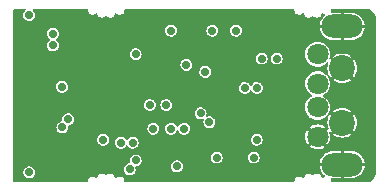
<source format=gbr>
G04 #@! TF.GenerationSoftware,KiCad,Pcbnew,6.0.7+dfsg-3*
G04 #@! TF.CreationDate,2022-10-18T10:37:57+08:00*
G04 #@! TF.ProjectId,stlink,73746c69-6e6b-42e6-9b69-6361645f7063,e*
G04 #@! TF.SameCoordinates,PX5ca1610PY6645a40*
G04 #@! TF.FileFunction,Copper,L3,Inr*
G04 #@! TF.FilePolarity,Positive*
%FSLAX46Y46*%
G04 Gerber Fmt 4.6, Leading zero omitted, Abs format (unit mm)*
G04 Created by KiCad (PCBNEW 6.0.7+dfsg-3) date 2022-10-18 10:37:57*
%MOMM*%
%LPD*%
G01*
G04 APERTURE LIST*
G04 #@! TA.AperFunction,ComponentPad*
%ADD10C,1.800000*%
G04 #@! TD*
G04 #@! TA.AperFunction,ComponentPad*
%ADD11O,3.500000X2.000000*%
G04 #@! TD*
G04 #@! TA.AperFunction,ComponentPad*
%ADD12C,2.200000*%
G04 #@! TD*
G04 #@! TA.AperFunction,ViaPad*
%ADD13C,0.700000*%
G04 #@! TD*
G04 APERTURE END LIST*
D10*
G04 #@! TO.N,VBUS*
G04 #@! TO.C,J1*
X37770000Y20740000D03*
G04 #@! TO.N,D-*
X37770000Y18240000D03*
G04 #@! TO.N,D+*
X37770000Y16240000D03*
G04 #@! TO.N,GND*
X37770000Y13740000D03*
D11*
X39870000Y11390000D03*
X39870000Y23090000D03*
D12*
X39870000Y14940000D03*
X39870000Y19540000D03*
G04 #@! TD*
D13*
G04 #@! TO.N,GND*
X36220000Y22277000D03*
X41870000Y21240000D03*
X41870000Y17240000D03*
X37370000Y23240000D03*
X24270000Y17140000D03*
X41870000Y13040000D03*
X15970000Y13540000D03*
X17870000Y10490000D03*
X26695000Y10490000D03*
X25370000Y19490000D03*
X34797600Y17476400D03*
X32410000Y10720000D03*
X18620000Y15990000D03*
X22370000Y21990000D03*
X35069941Y21258606D03*
X24120000Y19490000D03*
X18620000Y19740000D03*
G04 #@! TO.N,+5V*
X13360000Y24055000D03*
X30870000Y22740000D03*
G04 #@! TO.N,+3V3*
X34315000Y20372000D03*
X16656622Y15239861D03*
X32620000Y13490000D03*
X15370000Y21490000D03*
X23570000Y16440000D03*
X22370000Y20740000D03*
X33045000Y20372000D03*
X22370000Y11740000D03*
X29235000Y11990000D03*
X15370000Y22490000D03*
G04 #@! TO.N,D-*
X31600000Y17880000D03*
G04 #@! TO.N,D+*
X32630000Y17880000D03*
G04 #@! TO.N,LED*
X19620000Y13490000D03*
X26470000Y14440000D03*
G04 #@! TO.N,T_DIO*
X16142402Y17990000D03*
X27870000Y15740000D03*
G04 #@! TO.N,T_CLK*
X28620000Y14990000D03*
G04 #@! TO.N,CLK*
X28870000Y22740000D03*
G04 #@! TO.N,T_RX*
X22120000Y13240000D03*
X13370000Y10740000D03*
G04 #@! TO.N,T_TX*
X21120000Y13240000D03*
G04 #@! TO.N,T_RST*
X16170000Y14540000D03*
X25370000Y14440000D03*
G04 #@! TO.N,T_SWO*
X24970000Y16440000D03*
G04 #@! TO.N,DIO*
X28270000Y19240000D03*
G04 #@! TO.N,B0*
X25370000Y22740000D03*
G04 #@! TO.N,RENUM*
X32370000Y11990000D03*
X26670000Y19840000D03*
G04 #@! TO.N,Net-(R10-Pad1)*
X23870000Y14440000D03*
X21870000Y10990000D03*
G04 #@! TO.N,Net-(JP1-Pad2)*
X25870000Y11240000D03*
G04 #@! TD*
G04 #@! TA.AperFunction,Conductor*
G04 #@! TO.N,GND*
G36*
X13049039Y24569507D02*
G01*
X13074759Y24524958D01*
X13065826Y24474300D01*
X13040828Y24448301D01*
X13035239Y24444775D01*
X13035235Y24444772D01*
X13030709Y24441916D01*
X13023550Y24433810D01*
X12938897Y24337959D01*
X12938895Y24337956D01*
X12935351Y24333943D01*
X12930614Y24323853D01*
X12892249Y24242139D01*
X12874129Y24203546D01*
X12873305Y24198256D01*
X12873305Y24198255D01*
X12873203Y24197599D01*
X12851967Y24061207D01*
X12852661Y24055900D01*
X12852661Y24055897D01*
X12853159Y24052091D01*
X12870645Y23918370D01*
X12928662Y23786516D01*
X12932107Y23782418D01*
X12932108Y23782416D01*
X12975799Y23730439D01*
X13021354Y23676245D01*
X13141270Y23596423D01*
X13278769Y23553465D01*
X13352871Y23552107D01*
X13417436Y23550923D01*
X13417438Y23550923D01*
X13422798Y23550825D01*
X13427969Y23552235D01*
X13427971Y23552235D01*
X13548196Y23585012D01*
X13561779Y23588715D01*
X13614871Y23621314D01*
X13679970Y23661284D01*
X13679973Y23661286D01*
X13684539Y23664090D01*
X13781210Y23770890D01*
X13786795Y23782416D01*
X13841682Y23895704D01*
X13841682Y23895705D01*
X13844020Y23900530D01*
X13867919Y24042587D01*
X13868071Y24055000D01*
X13867571Y24058492D01*
X13848409Y24192296D01*
X13848408Y24192300D01*
X13847649Y24197599D01*
X13844697Y24204093D01*
X13790245Y24323853D01*
X13788026Y24328734D01*
X13783538Y24333943D01*
X13697487Y24433810D01*
X13697484Y24433813D01*
X13693993Y24437864D01*
X13689502Y24440775D01*
X13677127Y24448796D01*
X13646134Y24489851D01*
X13648781Y24541223D01*
X13683830Y24578874D01*
X13718029Y24587100D01*
X18239409Y24587100D01*
X18287747Y24569507D01*
X18313467Y24524958D01*
X18313684Y24500140D01*
X18312078Y24490000D01*
X18332043Y24363945D01*
X18389984Y24250229D01*
X18480229Y24159984D01*
X18485505Y24157296D01*
X18485506Y24157295D01*
X18527652Y24135821D01*
X18593945Y24102043D01*
X18599792Y24101117D01*
X18685374Y24087562D01*
X18685376Y24087562D01*
X18688292Y24087100D01*
X18751708Y24087100D01*
X18754624Y24087562D01*
X18754626Y24087562D01*
X18840208Y24101117D01*
X18846055Y24102043D01*
X18912348Y24135821D01*
X18954494Y24157295D01*
X18954495Y24157296D01*
X18959771Y24159984D01*
X18997833Y24198046D01*
X19044453Y24219786D01*
X19094140Y24206472D01*
X19123645Y24164335D01*
X19125281Y24156637D01*
X19132043Y24113945D01*
X19138579Y24101117D01*
X19179421Y24020961D01*
X19189984Y24000229D01*
X19280229Y23909984D01*
X19285505Y23907296D01*
X19285506Y23907295D01*
X19303963Y23897891D01*
X19393945Y23852043D01*
X19399792Y23851117D01*
X19485374Y23837562D01*
X19485376Y23837562D01*
X19488292Y23837100D01*
X19551708Y23837100D01*
X19554624Y23837562D01*
X19554626Y23837562D01*
X19640208Y23851117D01*
X19646055Y23852043D01*
X19736037Y23897891D01*
X19754494Y23907295D01*
X19754495Y23907296D01*
X19759771Y23909984D01*
X19816826Y23967039D01*
X19863446Y23988779D01*
X19913133Y23975465D01*
X19923174Y23967039D01*
X19980229Y23909984D01*
X19985505Y23907296D01*
X19985506Y23907295D01*
X20003963Y23897891D01*
X20093945Y23852043D01*
X20099792Y23851117D01*
X20185374Y23837562D01*
X20185376Y23837562D01*
X20188292Y23837100D01*
X20251708Y23837100D01*
X20254624Y23837562D01*
X20254626Y23837562D01*
X20340208Y23851117D01*
X20346055Y23852043D01*
X20436037Y23897891D01*
X20454494Y23907295D01*
X20454495Y23907296D01*
X20459771Y23909984D01*
X20550016Y24000229D01*
X20560580Y24020961D01*
X20601421Y24101117D01*
X20607957Y24113945D01*
X20614719Y24156637D01*
X20639658Y24201627D01*
X20687681Y24220061D01*
X20736318Y24203313D01*
X20742167Y24198046D01*
X20780229Y24159984D01*
X20785505Y24157296D01*
X20785506Y24157295D01*
X20827652Y24135821D01*
X20893945Y24102043D01*
X20899792Y24101117D01*
X20985374Y24087562D01*
X20985376Y24087562D01*
X20988292Y24087100D01*
X21051708Y24087100D01*
X21054624Y24087562D01*
X21054626Y24087562D01*
X21140208Y24101117D01*
X21146055Y24102043D01*
X21212348Y24135821D01*
X21254494Y24157295D01*
X21254495Y24157296D01*
X21259771Y24159984D01*
X21350016Y24250229D01*
X21407957Y24363945D01*
X21427922Y24490000D01*
X21426316Y24500139D01*
X21436133Y24550633D01*
X21476111Y24583004D01*
X21500591Y24587100D01*
X35739409Y24587100D01*
X35787747Y24569507D01*
X35813467Y24524958D01*
X35813684Y24500140D01*
X35812078Y24490000D01*
X35832043Y24363945D01*
X35889984Y24250229D01*
X35980229Y24159984D01*
X35985505Y24157296D01*
X35985506Y24157295D01*
X36027652Y24135821D01*
X36093945Y24102043D01*
X36099792Y24101117D01*
X36185374Y24087562D01*
X36185376Y24087562D01*
X36188292Y24087100D01*
X36251708Y24087100D01*
X36254624Y24087562D01*
X36254626Y24087562D01*
X36340208Y24101117D01*
X36346055Y24102043D01*
X36412348Y24135821D01*
X36454494Y24157295D01*
X36454495Y24157296D01*
X36459771Y24159984D01*
X36497833Y24198046D01*
X36544453Y24219786D01*
X36594140Y24206472D01*
X36623645Y24164335D01*
X36625281Y24156637D01*
X36632043Y24113945D01*
X36638579Y24101117D01*
X36679421Y24020961D01*
X36689984Y24000229D01*
X36780229Y23909984D01*
X36785505Y23907296D01*
X36785506Y23907295D01*
X36803963Y23897891D01*
X36893945Y23852043D01*
X36899792Y23851117D01*
X36985374Y23837562D01*
X36985376Y23837562D01*
X36988292Y23837100D01*
X37051708Y23837100D01*
X37054624Y23837562D01*
X37054626Y23837562D01*
X37140208Y23851117D01*
X37146055Y23852043D01*
X37236037Y23897891D01*
X37254494Y23907295D01*
X37254495Y23907296D01*
X37259771Y23909984D01*
X37316826Y23967039D01*
X37363446Y23988779D01*
X37413133Y23975465D01*
X37423174Y23967039D01*
X37480229Y23909984D01*
X37485505Y23907296D01*
X37485506Y23907295D01*
X37503963Y23897891D01*
X37593945Y23852043D01*
X37599792Y23851117D01*
X37685374Y23837562D01*
X37685376Y23837562D01*
X37688292Y23837100D01*
X37751708Y23837100D01*
X37754624Y23837562D01*
X37754626Y23837562D01*
X37840208Y23851117D01*
X37846055Y23852043D01*
X37936037Y23897891D01*
X37954494Y23907295D01*
X37954495Y23907296D01*
X37959771Y23909984D01*
X38050016Y24000229D01*
X38060580Y24020961D01*
X38101421Y24101117D01*
X38107957Y24113945D01*
X38114719Y24156637D01*
X38139658Y24201627D01*
X38187681Y24220061D01*
X38236318Y24203313D01*
X38242167Y24198046D01*
X38280229Y24159984D01*
X38285505Y24157296D01*
X38285506Y24157295D01*
X38327652Y24135821D01*
X38359113Y24119791D01*
X38378425Y24109951D01*
X38413507Y24072330D01*
X38416199Y24020961D01*
X38389279Y23982693D01*
X38348354Y23952133D01*
X38343250Y23947537D01*
X38204161Y23797071D01*
X38199986Y23791631D01*
X38090642Y23618332D01*
X38087528Y23612218D01*
X38011602Y23421910D01*
X38009648Y23415315D01*
X37977841Y23255405D01*
X37979485Y23244721D01*
X37982100Y23242428D01*
X37982249Y23242400D01*
X39704341Y23242400D01*
X39714498Y23246097D01*
X39717600Y23251469D01*
X39717600Y23255659D01*
X40022400Y23255659D01*
X40026097Y23245502D01*
X40031469Y23242400D01*
X41749926Y23242400D01*
X41760083Y23246097D01*
X41761984Y23249389D01*
X41738485Y23386149D01*
X41736710Y23392771D01*
X41665788Y23585012D01*
X41662831Y23591210D01*
X41558069Y23767301D01*
X41554031Y23772859D01*
X41418934Y23926908D01*
X41413949Y23931639D01*
X41253036Y24058492D01*
X41247281Y24062229D01*
X41065941Y24157637D01*
X41059609Y24160260D01*
X40863913Y24221025D01*
X40857203Y24222451D01*
X40690856Y24242139D01*
X40686435Y24242400D01*
X40035659Y24242400D01*
X40025502Y24238703D01*
X40022400Y24233331D01*
X40022400Y23255659D01*
X39717600Y23255659D01*
X39717600Y24229141D01*
X39713903Y24239298D01*
X39708531Y24242400D01*
X39067985Y24242400D01*
X39064571Y24242244D01*
X38971002Y24233646D01*
X38921257Y24246743D01*
X38891569Y24288751D01*
X38897118Y24342672D01*
X38905269Y24358669D01*
X38905270Y24358672D01*
X38907957Y24363945D01*
X38927922Y24490000D01*
X38926316Y24500139D01*
X38936133Y24550633D01*
X38976111Y24583004D01*
X39000591Y24587100D01*
X41839968Y24587100D01*
X41859430Y24584538D01*
X41870000Y24581706D01*
X41879562Y24584268D01*
X41889462Y24584268D01*
X41889462Y24583581D01*
X41898336Y24584309D01*
X42027892Y24571549D01*
X42042348Y24568673D01*
X42187083Y24524768D01*
X42200698Y24519129D01*
X42332284Y24448796D01*
X42334093Y24447829D01*
X42346351Y24439638D01*
X42463265Y24343688D01*
X42473688Y24333265D01*
X42569638Y24216351D01*
X42577828Y24204094D01*
X42640363Y24087100D01*
X42649128Y24070701D01*
X42654768Y24057083D01*
X42698119Y23914174D01*
X42698673Y23912349D01*
X42701549Y23897892D01*
X42714058Y23770890D01*
X42714309Y23768337D01*
X42713581Y23759462D01*
X42714268Y23759462D01*
X42714268Y23749562D01*
X42711706Y23740000D01*
X42714268Y23730439D01*
X42714538Y23729431D01*
X42717100Y23709968D01*
X42717100Y10770032D01*
X42714538Y10750570D01*
X42711706Y10740000D01*
X42714268Y10730438D01*
X42714268Y10720538D01*
X42713581Y10720538D01*
X42714309Y10711664D01*
X42701886Y10585530D01*
X42701549Y10582109D01*
X42698673Y10567652D01*
X42664771Y10455890D01*
X42654769Y10422919D01*
X42649129Y10409302D01*
X42582365Y10284393D01*
X42577829Y10275907D01*
X42569638Y10263649D01*
X42473688Y10146735D01*
X42463265Y10136312D01*
X42346351Y10040362D01*
X42334094Y10032172D01*
X42200698Y9960871D01*
X42187083Y9955232D01*
X42052265Y9914335D01*
X42042349Y9911327D01*
X42027892Y9908451D01*
X41898336Y9895691D01*
X41889462Y9896419D01*
X41889462Y9895732D01*
X41879562Y9895732D01*
X41870000Y9898294D01*
X41859431Y9895462D01*
X41839968Y9892900D01*
X39000591Y9892900D01*
X38952253Y9910493D01*
X38926533Y9955042D01*
X38926316Y9979861D01*
X38926996Y9984155D01*
X38927922Y9990000D01*
X38907957Y10116055D01*
X38896722Y10138105D01*
X38890453Y10189161D01*
X38918470Y10232302D01*
X38972564Y10246924D01*
X39049142Y10237861D01*
X39053565Y10237600D01*
X39704341Y10237600D01*
X39714498Y10241297D01*
X39717600Y10246669D01*
X39717600Y10250859D01*
X40022400Y10250859D01*
X40026097Y10240702D01*
X40031469Y10237600D01*
X40672015Y10237600D01*
X40675429Y10237756D01*
X40827475Y10251728D01*
X40834227Y10252979D01*
X41031436Y10308598D01*
X41037843Y10311057D01*
X41221614Y10401683D01*
X41227472Y10405273D01*
X41391646Y10527867D01*
X41396750Y10532463D01*
X41535839Y10682929D01*
X41540014Y10688369D01*
X41649358Y10861668D01*
X41652472Y10867782D01*
X41728398Y11058090D01*
X41730352Y11064685D01*
X41762159Y11224595D01*
X41760515Y11235279D01*
X41757900Y11237572D01*
X41757751Y11237600D01*
X40035659Y11237600D01*
X40025502Y11233903D01*
X40022400Y11228531D01*
X40022400Y10250859D01*
X39717600Y10250859D01*
X39717600Y11224341D01*
X39713903Y11234498D01*
X39708531Y11237600D01*
X37990074Y11237600D01*
X37979917Y11233903D01*
X37978016Y11230611D01*
X38001515Y11093851D01*
X38003290Y11087229D01*
X38074212Y10894988D01*
X38077169Y10888790D01*
X38181931Y10712699D01*
X38185969Y10707141D01*
X38321066Y10553092D01*
X38326051Y10548361D01*
X38391747Y10496571D01*
X38418815Y10452829D01*
X38411434Y10401921D01*
X38379331Y10370511D01*
X38286798Y10323363D01*
X38280229Y10320016D01*
X38242167Y10281954D01*
X38195547Y10260214D01*
X38145860Y10273528D01*
X38116355Y10315665D01*
X38114719Y10323363D01*
X38108883Y10360209D01*
X38108883Y10360210D01*
X38107957Y10366055D01*
X38062184Y10455890D01*
X38052705Y10474494D01*
X38052704Y10474495D01*
X38050016Y10479771D01*
X37959771Y10570016D01*
X37846055Y10627957D01*
X37815040Y10632869D01*
X37754626Y10642438D01*
X37754624Y10642438D01*
X37751708Y10642900D01*
X37688292Y10642900D01*
X37685376Y10642438D01*
X37685374Y10642438D01*
X37624960Y10632869D01*
X37593945Y10627957D01*
X37480229Y10570016D01*
X37423174Y10512961D01*
X37376554Y10491221D01*
X37326867Y10504535D01*
X37316826Y10512961D01*
X37259771Y10570016D01*
X37146055Y10627957D01*
X37115040Y10632869D01*
X37054626Y10642438D01*
X37054624Y10642438D01*
X37051708Y10642900D01*
X36988292Y10642900D01*
X36985376Y10642438D01*
X36985374Y10642438D01*
X36924960Y10632869D01*
X36893945Y10627957D01*
X36780229Y10570016D01*
X36689984Y10479771D01*
X36687296Y10474495D01*
X36687295Y10474494D01*
X36677816Y10455890D01*
X36632043Y10366055D01*
X36631117Y10360210D01*
X36631117Y10360209D01*
X36625281Y10323363D01*
X36600342Y10278373D01*
X36552319Y10259939D01*
X36503682Y10276687D01*
X36497833Y10281954D01*
X36459771Y10320016D01*
X36453203Y10323363D01*
X36402710Y10349090D01*
X36346055Y10377957D01*
X36315040Y10382869D01*
X36254626Y10392438D01*
X36254624Y10392438D01*
X36251708Y10392900D01*
X36188292Y10392900D01*
X36185376Y10392438D01*
X36185374Y10392438D01*
X36124960Y10382869D01*
X36093945Y10377957D01*
X36037290Y10349090D01*
X35986798Y10323363D01*
X35980229Y10320016D01*
X35889984Y10229771D01*
X35832043Y10116055D01*
X35812078Y9990000D01*
X35813004Y9984155D01*
X35813684Y9979861D01*
X35803867Y9929367D01*
X35763889Y9896996D01*
X35739409Y9892900D01*
X21500591Y9892900D01*
X21452253Y9910493D01*
X21426533Y9955042D01*
X21426316Y9979861D01*
X21426996Y9984155D01*
X21427922Y9990000D01*
X21407957Y10116055D01*
X21350016Y10229771D01*
X21259771Y10320016D01*
X21253203Y10323363D01*
X21202710Y10349090D01*
X21146055Y10377957D01*
X21115040Y10382869D01*
X21054626Y10392438D01*
X21054624Y10392438D01*
X21051708Y10392900D01*
X20988292Y10392900D01*
X20985376Y10392438D01*
X20985374Y10392438D01*
X20924960Y10382869D01*
X20893945Y10377957D01*
X20837290Y10349090D01*
X20786798Y10323363D01*
X20780229Y10320016D01*
X20742167Y10281954D01*
X20695547Y10260214D01*
X20645860Y10273528D01*
X20616355Y10315665D01*
X20614719Y10323363D01*
X20608883Y10360209D01*
X20608883Y10360210D01*
X20607957Y10366055D01*
X20562184Y10455890D01*
X20552705Y10474494D01*
X20552704Y10474495D01*
X20550016Y10479771D01*
X20459771Y10570016D01*
X20346055Y10627957D01*
X20315040Y10632869D01*
X20254626Y10642438D01*
X20254624Y10642438D01*
X20251708Y10642900D01*
X20188292Y10642900D01*
X20185376Y10642438D01*
X20185374Y10642438D01*
X20124960Y10632869D01*
X20093945Y10627957D01*
X19980229Y10570016D01*
X19923174Y10512961D01*
X19876554Y10491221D01*
X19826867Y10504535D01*
X19816826Y10512961D01*
X19759771Y10570016D01*
X19646055Y10627957D01*
X19615040Y10632869D01*
X19554626Y10642438D01*
X19554624Y10642438D01*
X19551708Y10642900D01*
X19488292Y10642900D01*
X19485376Y10642438D01*
X19485374Y10642438D01*
X19424960Y10632869D01*
X19393945Y10627957D01*
X19280229Y10570016D01*
X19189984Y10479771D01*
X19187296Y10474495D01*
X19187295Y10474494D01*
X19177816Y10455890D01*
X19132043Y10366055D01*
X19131117Y10360210D01*
X19131117Y10360209D01*
X19125281Y10323363D01*
X19100342Y10278373D01*
X19052319Y10259939D01*
X19003682Y10276687D01*
X18997833Y10281954D01*
X18959771Y10320016D01*
X18953203Y10323363D01*
X18902710Y10349090D01*
X18846055Y10377957D01*
X18815040Y10382869D01*
X18754626Y10392438D01*
X18754624Y10392438D01*
X18751708Y10392900D01*
X18688292Y10392900D01*
X18685376Y10392438D01*
X18685374Y10392438D01*
X18624960Y10382869D01*
X18593945Y10377957D01*
X18537290Y10349090D01*
X18486798Y10323363D01*
X18480229Y10320016D01*
X18389984Y10229771D01*
X18332043Y10116055D01*
X18312078Y9990000D01*
X18313004Y9984155D01*
X18313684Y9979861D01*
X18303867Y9929367D01*
X18263889Y9896996D01*
X18239409Y9892900D01*
X12098100Y9892900D01*
X12049762Y9910493D01*
X12024042Y9955042D01*
X12022900Y9968100D01*
X12022900Y10746207D01*
X12861967Y10746207D01*
X12862661Y10740900D01*
X12862661Y10740897D01*
X12870784Y10678780D01*
X12880645Y10603370D01*
X12908953Y10539036D01*
X12927638Y10496571D01*
X12938662Y10471516D01*
X12942107Y10467418D01*
X12942108Y10467416D01*
X12979512Y10422919D01*
X13031354Y10361245D01*
X13151270Y10281423D01*
X13288769Y10238465D01*
X13362871Y10237107D01*
X13427436Y10235923D01*
X13427438Y10235923D01*
X13432798Y10235825D01*
X13437969Y10237235D01*
X13437971Y10237235D01*
X13522257Y10260214D01*
X13571779Y10273715D01*
X13640101Y10315665D01*
X13689970Y10346284D01*
X13689973Y10346286D01*
X13694539Y10349090D01*
X13704604Y10360209D01*
X13787612Y10451915D01*
X13791210Y10455890D01*
X13796795Y10467416D01*
X13851682Y10580704D01*
X13851682Y10580705D01*
X13854020Y10585530D01*
X13877919Y10727587D01*
X13878071Y10740000D01*
X13877659Y10742880D01*
X13858409Y10877296D01*
X13858408Y10877300D01*
X13857649Y10882599D01*
X13854835Y10888790D01*
X13815766Y10974717D01*
X13805995Y10996207D01*
X21361967Y10996207D01*
X21362661Y10990900D01*
X21362661Y10990897D01*
X21365732Y10967416D01*
X21380645Y10853370D01*
X21438662Y10721516D01*
X21442107Y10717418D01*
X21442108Y10717416D01*
X21495923Y10653396D01*
X21531354Y10611245D01*
X21651270Y10531423D01*
X21788769Y10488465D01*
X21862871Y10487107D01*
X21927436Y10485923D01*
X21927438Y10485923D01*
X21932798Y10485825D01*
X21937969Y10487235D01*
X21937971Y10487235D01*
X22032333Y10512961D01*
X22071779Y10523715D01*
X22124871Y10556314D01*
X22189970Y10596284D01*
X22189973Y10596286D01*
X22194539Y10599090D01*
X22291210Y10705890D01*
X22296795Y10717416D01*
X22351682Y10830704D01*
X22351682Y10830705D01*
X22354020Y10835530D01*
X22377919Y10977587D01*
X22378071Y10990000D01*
X22377183Y10996207D01*
X22359043Y11122864D01*
X22357649Y11132599D01*
X22355430Y11137479D01*
X22354806Y11139614D01*
X22358127Y11190947D01*
X22393666Y11228135D01*
X22422217Y11234531D01*
X22422126Y11235262D01*
X22427437Y11235923D01*
X22432798Y11235825D01*
X22437969Y11237235D01*
X22437971Y11237235D01*
X22470879Y11246207D01*
X25361967Y11246207D01*
X25362661Y11240900D01*
X25362661Y11240897D01*
X25363498Y11234498D01*
X25380645Y11103370D01*
X25438662Y10971516D01*
X25531354Y10861245D01*
X25651270Y10781423D01*
X25788769Y10738465D01*
X25862871Y10737107D01*
X25927436Y10735923D01*
X25927438Y10735923D01*
X25932798Y10735825D01*
X25937969Y10737235D01*
X25937971Y10737235D01*
X26021953Y10760131D01*
X26071779Y10773715D01*
X26164595Y10830704D01*
X26189970Y10846284D01*
X26189973Y10846286D01*
X26194539Y10849090D01*
X26291210Y10955890D01*
X26296795Y10967416D01*
X26351682Y11080704D01*
X26351682Y11080705D01*
X26354020Y11085530D01*
X26377919Y11227587D01*
X26378071Y11240000D01*
X26377659Y11242880D01*
X26358409Y11377296D01*
X26358408Y11377300D01*
X26357649Y11382599D01*
X26298026Y11513734D01*
X26290640Y11522306D01*
X26207487Y11618810D01*
X26207484Y11618813D01*
X26203993Y11622864D01*
X26199502Y11625775D01*
X26087604Y11698303D01*
X26087603Y11698303D01*
X26083111Y11701215D01*
X25994930Y11727587D01*
X25950232Y11740955D01*
X25950229Y11740955D01*
X25945098Y11742490D01*
X25939743Y11742523D01*
X25939741Y11742523D01*
X25874524Y11742921D01*
X25801047Y11743370D01*
X25795897Y11741898D01*
X25795896Y11741898D01*
X25756015Y11730500D01*
X25662539Y11703785D01*
X25658013Y11700929D01*
X25658010Y11700928D01*
X25545237Y11629773D01*
X25540709Y11626916D01*
X25533550Y11618810D01*
X25448897Y11522959D01*
X25448895Y11522956D01*
X25445351Y11518943D01*
X25384129Y11388546D01*
X25361967Y11246207D01*
X22470879Y11246207D01*
X22513695Y11257880D01*
X22571779Y11273715D01*
X22624871Y11306314D01*
X22689970Y11346284D01*
X22689973Y11346286D01*
X22694539Y11349090D01*
X22791210Y11455890D01*
X22805714Y11485825D01*
X22851682Y11580704D01*
X22851682Y11580705D01*
X22854020Y11585530D01*
X22877919Y11727587D01*
X22878071Y11740000D01*
X22877659Y11742880D01*
X22858409Y11877296D01*
X22858408Y11877300D01*
X22857649Y11882599D01*
X22841403Y11918332D01*
X22805995Y11996207D01*
X28726967Y11996207D01*
X28727661Y11990900D01*
X28727661Y11990897D01*
X28728159Y11987091D01*
X28745645Y11853370D01*
X28787580Y11758065D01*
X28794061Y11743337D01*
X28803662Y11721516D01*
X28807107Y11717418D01*
X28807108Y11717416D01*
X28833391Y11686149D01*
X28896354Y11611245D01*
X28942236Y11580704D01*
X28996293Y11544721D01*
X29016270Y11531423D01*
X29153769Y11488465D01*
X29227871Y11487107D01*
X29292436Y11485923D01*
X29292438Y11485923D01*
X29297798Y11485825D01*
X29302969Y11487235D01*
X29302971Y11487235D01*
X29382265Y11508853D01*
X29436779Y11523715D01*
X29529595Y11580704D01*
X29554970Y11596284D01*
X29554973Y11596286D01*
X29559539Y11599090D01*
X29656210Y11705890D01*
X29660777Y11715315D01*
X29716682Y11830704D01*
X29716682Y11830705D01*
X29719020Y11835530D01*
X29742919Y11977587D01*
X29743071Y11990000D01*
X29742659Y11992880D01*
X29742183Y11996207D01*
X31861967Y11996207D01*
X31862661Y11990900D01*
X31862661Y11990897D01*
X31863159Y11987091D01*
X31880645Y11853370D01*
X31922580Y11758065D01*
X31929061Y11743337D01*
X31938662Y11721516D01*
X31942107Y11717418D01*
X31942108Y11717416D01*
X31968391Y11686149D01*
X32031354Y11611245D01*
X32077236Y11580704D01*
X32131293Y11544721D01*
X32151270Y11531423D01*
X32288769Y11488465D01*
X32362871Y11487107D01*
X32427436Y11485923D01*
X32427438Y11485923D01*
X32432798Y11485825D01*
X32437969Y11487235D01*
X32437971Y11487235D01*
X32517265Y11508853D01*
X32571779Y11523715D01*
X32623391Y11555405D01*
X37977841Y11555405D01*
X37979485Y11544721D01*
X37982100Y11542428D01*
X37982249Y11542400D01*
X39704341Y11542400D01*
X39714498Y11546097D01*
X39717600Y11551469D01*
X39717600Y11555659D01*
X40022400Y11555659D01*
X40026097Y11545502D01*
X40031469Y11542400D01*
X41749926Y11542400D01*
X41760083Y11546097D01*
X41761984Y11549389D01*
X41738485Y11686149D01*
X41736710Y11692771D01*
X41665788Y11885012D01*
X41662831Y11891210D01*
X41558069Y12067301D01*
X41554031Y12072859D01*
X41418934Y12226908D01*
X41413949Y12231639D01*
X41253036Y12358492D01*
X41247281Y12362229D01*
X41065941Y12457637D01*
X41059609Y12460260D01*
X40863913Y12521025D01*
X40857203Y12522451D01*
X40690856Y12542139D01*
X40686435Y12542400D01*
X40035659Y12542400D01*
X40025502Y12538703D01*
X40022400Y12533331D01*
X40022400Y11555659D01*
X39717600Y11555659D01*
X39717600Y12529141D01*
X39713903Y12539298D01*
X39708531Y12542400D01*
X39067985Y12542400D01*
X39064571Y12542244D01*
X38912525Y12528272D01*
X38905773Y12527021D01*
X38708564Y12471402D01*
X38702157Y12468943D01*
X38518386Y12378317D01*
X38512528Y12374727D01*
X38348354Y12252133D01*
X38343250Y12247537D01*
X38204161Y12097071D01*
X38199986Y12091631D01*
X38090642Y11918332D01*
X38087528Y11912218D01*
X38011602Y11721910D01*
X38009648Y11715315D01*
X37977841Y11555405D01*
X32623391Y11555405D01*
X32664595Y11580704D01*
X32689970Y11596284D01*
X32689973Y11596286D01*
X32694539Y11599090D01*
X32791210Y11705890D01*
X32795777Y11715315D01*
X32851682Y11830704D01*
X32851682Y11830705D01*
X32854020Y11835530D01*
X32877919Y11977587D01*
X32878071Y11990000D01*
X32877659Y11992880D01*
X32858409Y12127296D01*
X32858408Y12127300D01*
X32857649Y12132599D01*
X32827776Y12198303D01*
X32805390Y12247537D01*
X32798026Y12263734D01*
X32793538Y12268943D01*
X32707487Y12368810D01*
X32707484Y12368813D01*
X32703993Y12372864D01*
X32699502Y12375775D01*
X32587604Y12448303D01*
X32587603Y12448303D01*
X32583111Y12451215D01*
X32506912Y12474003D01*
X32450232Y12490955D01*
X32450229Y12490955D01*
X32445098Y12492490D01*
X32439743Y12492523D01*
X32439741Y12492523D01*
X32374524Y12492921D01*
X32301047Y12493370D01*
X32295897Y12491898D01*
X32295896Y12491898D01*
X32231793Y12473577D01*
X32162539Y12453785D01*
X32158013Y12450929D01*
X32158010Y12450928D01*
X32045237Y12379773D01*
X32040709Y12376916D01*
X32033550Y12368810D01*
X31948897Y12272959D01*
X31948895Y12272956D01*
X31945351Y12268943D01*
X31884129Y12138546D01*
X31883305Y12133256D01*
X31883305Y12133255D01*
X31881693Y12122903D01*
X31861967Y11996207D01*
X29742183Y11996207D01*
X29723409Y12127296D01*
X29723408Y12127300D01*
X29722649Y12132599D01*
X29692776Y12198303D01*
X29670390Y12247537D01*
X29663026Y12263734D01*
X29658538Y12268943D01*
X29572487Y12368810D01*
X29572484Y12368813D01*
X29568993Y12372864D01*
X29564502Y12375775D01*
X29452604Y12448303D01*
X29452603Y12448303D01*
X29448111Y12451215D01*
X29371912Y12474003D01*
X29315232Y12490955D01*
X29315229Y12490955D01*
X29310098Y12492490D01*
X29304743Y12492523D01*
X29304741Y12492523D01*
X29239524Y12492921D01*
X29166047Y12493370D01*
X29160897Y12491898D01*
X29160896Y12491898D01*
X29096793Y12473577D01*
X29027539Y12453785D01*
X29023013Y12450929D01*
X29023010Y12450928D01*
X28910237Y12379773D01*
X28905709Y12376916D01*
X28898550Y12368810D01*
X28813897Y12272959D01*
X28813895Y12272956D01*
X28810351Y12268943D01*
X28749129Y12138546D01*
X28748305Y12133256D01*
X28748305Y12133255D01*
X28746693Y12122903D01*
X28726967Y11996207D01*
X22805995Y11996207D01*
X22800245Y12008853D01*
X22798026Y12013734D01*
X22793538Y12018943D01*
X22707487Y12118810D01*
X22707484Y12118813D01*
X22703993Y12122864D01*
X22699502Y12125775D01*
X22587604Y12198303D01*
X22587603Y12198303D01*
X22583111Y12201215D01*
X22497200Y12226908D01*
X22450232Y12240955D01*
X22450229Y12240955D01*
X22445098Y12242490D01*
X22439743Y12242523D01*
X22439741Y12242523D01*
X22374524Y12242921D01*
X22301047Y12243370D01*
X22295897Y12241898D01*
X22295896Y12241898D01*
X22260000Y12231639D01*
X22162539Y12203785D01*
X22158013Y12200929D01*
X22158010Y12200928D01*
X22050756Y12133255D01*
X22040709Y12126916D01*
X22033550Y12118810D01*
X21948897Y12022959D01*
X21948895Y12022956D01*
X21945351Y12018943D01*
X21884129Y11888546D01*
X21883305Y11883256D01*
X21883305Y11883255D01*
X21875942Y11835963D01*
X21861967Y11746207D01*
X21862661Y11740900D01*
X21862661Y11740897D01*
X21869820Y11686149D01*
X21880645Y11603370D01*
X21882806Y11598459D01*
X21884244Y11593308D01*
X21883044Y11592973D01*
X21886031Y11547455D01*
X21855617Y11505970D01*
X21813377Y11493295D01*
X21809641Y11493317D01*
X21801047Y11493370D01*
X21795897Y11491898D01*
X21795896Y11491898D01*
X21774990Y11485923D01*
X21662539Y11453785D01*
X21658013Y11450929D01*
X21658010Y11450928D01*
X21550756Y11383255D01*
X21540709Y11376916D01*
X21537164Y11372903D01*
X21537165Y11372903D01*
X21448897Y11272959D01*
X21448895Y11272956D01*
X21445351Y11268943D01*
X21443075Y11264095D01*
X21408732Y11190947D01*
X21384129Y11138546D01*
X21383305Y11133256D01*
X21383305Y11133255D01*
X21376139Y11087229D01*
X21361967Y10996207D01*
X13805995Y10996207D01*
X13798026Y11013734D01*
X13793538Y11018943D01*
X13707487Y11118810D01*
X13707484Y11118813D01*
X13703993Y11122864D01*
X13699502Y11125775D01*
X13587604Y11198303D01*
X13587603Y11198303D01*
X13583111Y11201215D01*
X13494930Y11227587D01*
X13450232Y11240955D01*
X13450229Y11240955D01*
X13445098Y11242490D01*
X13439743Y11242523D01*
X13439741Y11242523D01*
X13374524Y11242921D01*
X13301047Y11243370D01*
X13295897Y11241898D01*
X13295896Y11241898D01*
X13272677Y11235262D01*
X13162539Y11203785D01*
X13158013Y11200929D01*
X13158010Y11200928D01*
X13066822Y11143392D01*
X13040709Y11126916D01*
X13033550Y11118810D01*
X12948897Y11022959D01*
X12948895Y11022956D01*
X12945351Y11018943D01*
X12940614Y11008853D01*
X12887154Y10894988D01*
X12884129Y10888546D01*
X12883305Y10883256D01*
X12883305Y10883255D01*
X12875942Y10835963D01*
X12861967Y10746207D01*
X12022900Y10746207D01*
X12022900Y13496207D01*
X19111967Y13496207D01*
X19112661Y13490900D01*
X19112661Y13490897D01*
X19113159Y13487091D01*
X19130645Y13353370D01*
X19188662Y13221516D01*
X19281354Y13111245D01*
X19401270Y13031423D01*
X19538769Y12988465D01*
X19612871Y12987107D01*
X19677436Y12985923D01*
X19677438Y12985923D01*
X19682798Y12985825D01*
X19687969Y12987235D01*
X19687971Y12987235D01*
X19779501Y13012189D01*
X19821779Y13023715D01*
X19914595Y13080704D01*
X19939970Y13096284D01*
X19939973Y13096286D01*
X19944539Y13099090D01*
X20041210Y13205890D01*
X20046795Y13217416D01*
X20060744Y13246207D01*
X20611967Y13246207D01*
X20612661Y13240900D01*
X20612661Y13240897D01*
X20615732Y13217416D01*
X20630645Y13103370D01*
X20688662Y12971516D01*
X20692107Y12967418D01*
X20692108Y12967416D01*
X20701797Y12955890D01*
X20781354Y12861245D01*
X20901270Y12781423D01*
X21038769Y12738465D01*
X21112871Y12737107D01*
X21177436Y12735923D01*
X21177438Y12735923D01*
X21182798Y12735825D01*
X21187969Y12737235D01*
X21187971Y12737235D01*
X21307477Y12769816D01*
X21321779Y12773715D01*
X21374871Y12806314D01*
X21439970Y12846284D01*
X21439973Y12846286D01*
X21444539Y12849090D01*
X21541210Y12955890D01*
X21551127Y12976359D01*
X21588037Y13012189D01*
X21639342Y13015911D01*
X21681036Y12985784D01*
X21683903Y12980598D01*
X21686504Y12976420D01*
X21688662Y12971516D01*
X21692107Y12967418D01*
X21692108Y12967416D01*
X21701797Y12955890D01*
X21781354Y12861245D01*
X21901270Y12781423D01*
X22038769Y12738465D01*
X22112871Y12737107D01*
X22177436Y12735923D01*
X22177438Y12735923D01*
X22182798Y12735825D01*
X22187969Y12737235D01*
X22187971Y12737235D01*
X22307477Y12769816D01*
X22321779Y12773715D01*
X22374871Y12806314D01*
X22439970Y12846284D01*
X22439973Y12846286D01*
X22444539Y12849090D01*
X22485089Y12893889D01*
X37144646Y12893889D01*
X37145920Y12889135D01*
X37163681Y12874019D01*
X37169679Y12869850D01*
X37343423Y12772749D01*
X37350136Y12769816D01*
X37539421Y12708314D01*
X37546569Y12706742D01*
X37744196Y12683176D01*
X37751528Y12683023D01*
X37949964Y12698292D01*
X37957173Y12699563D01*
X38148870Y12753085D01*
X38155703Y12755736D01*
X38333347Y12845470D01*
X38339533Y12849395D01*
X38388335Y12887524D01*
X38394065Y12896693D01*
X38393457Y12901016D01*
X37779377Y13515097D01*
X37769578Y13519666D01*
X37763587Y13518061D01*
X37149215Y12903688D01*
X37144646Y12893889D01*
X22485089Y12893889D01*
X22541210Y12955890D01*
X22546795Y12967416D01*
X22601682Y13080704D01*
X22601682Y13080705D01*
X22604020Y13085530D01*
X22627919Y13227587D01*
X22628071Y13240000D01*
X22627659Y13242880D01*
X22608409Y13377296D01*
X22608408Y13377300D01*
X22607649Y13382599D01*
X22555995Y13496207D01*
X32111967Y13496207D01*
X32112661Y13490900D01*
X32112661Y13490897D01*
X32113159Y13487091D01*
X32130645Y13353370D01*
X32188662Y13221516D01*
X32281354Y13111245D01*
X32401270Y13031423D01*
X32538769Y12988465D01*
X32612871Y12987107D01*
X32677436Y12985923D01*
X32677438Y12985923D01*
X32682798Y12985825D01*
X32687969Y12987235D01*
X32687971Y12987235D01*
X32779501Y13012189D01*
X32821779Y13023715D01*
X32914595Y13080704D01*
X32939970Y13096284D01*
X32939973Y13096286D01*
X32944539Y13099090D01*
X33041210Y13205890D01*
X33046795Y13217416D01*
X33101682Y13330704D01*
X33101682Y13330705D01*
X33104020Y13335530D01*
X33127919Y13477587D01*
X33128071Y13490000D01*
X33127602Y13493276D01*
X33108409Y13627296D01*
X33108408Y13627300D01*
X33107649Y13632599D01*
X33077776Y13698303D01*
X33070242Y13714872D01*
X33053773Y13751094D01*
X36712919Y13751094D01*
X36729573Y13552769D01*
X36730895Y13545567D01*
X36785755Y13354247D01*
X36788451Y13347438D01*
X36879427Y13170420D01*
X36883393Y13164265D01*
X36917313Y13121468D01*
X36926522Y13115803D01*
X36930928Y13116454D01*
X37545097Y13730623D01*
X37549272Y13739578D01*
X37990334Y13739578D01*
X37991939Y13733587D01*
X38606668Y13118859D01*
X38616467Y13114290D01*
X38621317Y13115589D01*
X38631718Y13127640D01*
X38635943Y13133628D01*
X38734249Y13306678D01*
X38737229Y13313373D01*
X38800051Y13502220D01*
X38801674Y13509365D01*
X38826816Y13708384D01*
X38827109Y13712576D01*
X38827463Y13737901D01*
X38827287Y13742093D01*
X38807712Y13941734D01*
X38806288Y13948921D01*
X38805487Y13951575D01*
X39102331Y13951575D01*
X39103302Y13947950D01*
X39238718Y13853131D01*
X39244385Y13849859D01*
X39437039Y13760022D01*
X39443190Y13757783D01*
X39648521Y13702765D01*
X39654963Y13701629D01*
X39866731Y13683102D01*
X39873269Y13683102D01*
X40085037Y13701629D01*
X40091479Y13702765D01*
X40296810Y13757783D01*
X40302961Y13760022D01*
X40495615Y13849859D01*
X40501282Y13853131D01*
X40631615Y13944392D01*
X40637815Y13953245D01*
X40637488Y13956986D01*
X39879377Y14715097D01*
X39869578Y14719666D01*
X39863587Y14718061D01*
X39106900Y13961374D01*
X39102331Y13951575D01*
X38805487Y13951575D01*
X38762948Y14092473D01*
X38765820Y14143833D01*
X38801033Y14181331D01*
X38852111Y14187421D01*
X38878073Y14175807D01*
X38883246Y14172185D01*
X38886986Y14172512D01*
X39645097Y14930623D01*
X39649272Y14939578D01*
X40090334Y14939578D01*
X40091939Y14933587D01*
X40848626Y14176900D01*
X40858425Y14172331D01*
X40862050Y14173302D01*
X40956869Y14308718D01*
X40960141Y14314385D01*
X41049978Y14507039D01*
X41052217Y14513190D01*
X41107235Y14718521D01*
X41108371Y14724963D01*
X41126898Y14936731D01*
X41126898Y14943269D01*
X41108371Y15155037D01*
X41107235Y15161479D01*
X41052217Y15366810D01*
X41049978Y15372961D01*
X40960141Y15565615D01*
X40956869Y15571282D01*
X40865608Y15701615D01*
X40856755Y15707815D01*
X40853014Y15707488D01*
X40094903Y14949377D01*
X40090334Y14939578D01*
X39649272Y14939578D01*
X39649666Y14940422D01*
X39648061Y14946413D01*
X38891374Y15703100D01*
X38881575Y15707669D01*
X38877950Y15706698D01*
X38783131Y15571282D01*
X38779859Y15565615D01*
X38690022Y15372961D01*
X38687783Y15366810D01*
X38632765Y15161479D01*
X38631629Y15155037D01*
X38613102Y14943269D01*
X38613102Y14936731D01*
X38631629Y14724963D01*
X38632765Y14718521D01*
X38687783Y14513190D01*
X38690022Y14507039D01*
X38708022Y14468439D01*
X38712506Y14417195D01*
X38683001Y14375058D01*
X38633314Y14361744D01*
X38621014Y14365717D01*
X38609356Y14363829D01*
X37994903Y13749377D01*
X37990334Y13739578D01*
X37549272Y13739578D01*
X37549666Y13740422D01*
X37548061Y13746413D01*
X36934008Y14360465D01*
X36924209Y14365034D01*
X36919549Y14363786D01*
X36899813Y14340266D01*
X36895677Y14334225D01*
X36799796Y14159817D01*
X36796909Y14153081D01*
X36736730Y13963372D01*
X36735207Y13956207D01*
X36713022Y13758427D01*
X36712919Y13751094D01*
X33053773Y13751094D01*
X33048026Y13763734D01*
X33043538Y13768943D01*
X32957487Y13868810D01*
X32957484Y13868813D01*
X32953993Y13872864D01*
X32949502Y13875775D01*
X32837604Y13948303D01*
X32837603Y13948303D01*
X32833111Y13951215D01*
X32737450Y13979824D01*
X32700232Y13990955D01*
X32700229Y13990955D01*
X32695098Y13992490D01*
X32689743Y13992523D01*
X32689741Y13992523D01*
X32624524Y13992921D01*
X32551047Y13993370D01*
X32545897Y13991898D01*
X32545896Y13991898D01*
X32492085Y13976519D01*
X32412539Y13953785D01*
X32408013Y13950929D01*
X32408010Y13950928D01*
X32295237Y13879773D01*
X32290709Y13876916D01*
X32283550Y13868810D01*
X32198897Y13772959D01*
X32198895Y13772956D01*
X32195351Y13768943D01*
X32134129Y13638546D01*
X32133305Y13633256D01*
X32133305Y13633255D01*
X32131693Y13622903D01*
X32111967Y13496207D01*
X22555995Y13496207D01*
X22548026Y13513734D01*
X22542915Y13519666D01*
X22457487Y13618810D01*
X22457484Y13618813D01*
X22453993Y13622864D01*
X22449502Y13625775D01*
X22337604Y13698303D01*
X22337603Y13698303D01*
X22333111Y13701215D01*
X22256912Y13724003D01*
X22200232Y13740955D01*
X22200229Y13740955D01*
X22195098Y13742490D01*
X22189743Y13742523D01*
X22189741Y13742523D01*
X22124524Y13742921D01*
X22051047Y13743370D01*
X22045897Y13741898D01*
X22045896Y13741898D01*
X22031911Y13737901D01*
X21912539Y13703785D01*
X21908013Y13700929D01*
X21908010Y13700928D01*
X21800756Y13633255D01*
X21790709Y13626916D01*
X21783550Y13618810D01*
X21698897Y13522959D01*
X21698895Y13522956D01*
X21695351Y13518943D01*
X21693075Y13514096D01*
X21693072Y13514091D01*
X21688468Y13504285D01*
X21651998Y13468008D01*
X21600742Y13463660D01*
X21558684Y13493276D01*
X21551946Y13505112D01*
X21548026Y13513734D01*
X21542915Y13519666D01*
X21457487Y13618810D01*
X21457484Y13618813D01*
X21453993Y13622864D01*
X21449502Y13625775D01*
X21337604Y13698303D01*
X21337603Y13698303D01*
X21333111Y13701215D01*
X21256912Y13724003D01*
X21200232Y13740955D01*
X21200229Y13740955D01*
X21195098Y13742490D01*
X21189743Y13742523D01*
X21189741Y13742523D01*
X21124524Y13742921D01*
X21051047Y13743370D01*
X21045897Y13741898D01*
X21045896Y13741898D01*
X21031911Y13737901D01*
X20912539Y13703785D01*
X20908013Y13700929D01*
X20908010Y13700928D01*
X20800756Y13633255D01*
X20790709Y13626916D01*
X20783550Y13618810D01*
X20698897Y13522959D01*
X20698895Y13522956D01*
X20695351Y13518943D01*
X20634129Y13388546D01*
X20633305Y13383256D01*
X20633305Y13383255D01*
X20625942Y13335963D01*
X20611967Y13246207D01*
X20060744Y13246207D01*
X20101682Y13330704D01*
X20101682Y13330705D01*
X20104020Y13335530D01*
X20127919Y13477587D01*
X20128071Y13490000D01*
X20127602Y13493276D01*
X20108409Y13627296D01*
X20108408Y13627300D01*
X20107649Y13632599D01*
X20077776Y13698303D01*
X20070242Y13714872D01*
X20048026Y13763734D01*
X20043538Y13768943D01*
X19957487Y13868810D01*
X19957484Y13868813D01*
X19953993Y13872864D01*
X19949502Y13875775D01*
X19837604Y13948303D01*
X19837603Y13948303D01*
X19833111Y13951215D01*
X19737450Y13979824D01*
X19700232Y13990955D01*
X19700229Y13990955D01*
X19695098Y13992490D01*
X19689743Y13992523D01*
X19689741Y13992523D01*
X19624524Y13992921D01*
X19551047Y13993370D01*
X19545897Y13991898D01*
X19545896Y13991898D01*
X19492085Y13976519D01*
X19412539Y13953785D01*
X19408013Y13950929D01*
X19408010Y13950928D01*
X19295237Y13879773D01*
X19290709Y13876916D01*
X19283550Y13868810D01*
X19198897Y13772959D01*
X19198895Y13772956D01*
X19195351Y13768943D01*
X19134129Y13638546D01*
X19133305Y13633256D01*
X19133305Y13633255D01*
X19131693Y13622903D01*
X19111967Y13496207D01*
X12022900Y13496207D01*
X12022900Y14546207D01*
X15661967Y14546207D01*
X15662661Y14540900D01*
X15662661Y14540897D01*
X15663159Y14537091D01*
X15680645Y14403370D01*
X15738662Y14271516D01*
X15831354Y14161245D01*
X15951270Y14081423D01*
X16088769Y14038465D01*
X16162871Y14037107D01*
X16227436Y14035923D01*
X16227438Y14035923D01*
X16232798Y14035825D01*
X16237969Y14037235D01*
X16237971Y14037235D01*
X16341081Y14065346D01*
X16371779Y14073715D01*
X16424871Y14106314D01*
X16489970Y14146284D01*
X16489973Y14146286D01*
X16494539Y14149090D01*
X16498152Y14153081D01*
X16587612Y14251915D01*
X16591210Y14255890D01*
X16596795Y14267416D01*
X16651682Y14380704D01*
X16651682Y14380705D01*
X16654020Y14385530D01*
X16664228Y14446207D01*
X23361967Y14446207D01*
X23362661Y14440900D01*
X23362661Y14440897D01*
X23369210Y14390816D01*
X23380645Y14303370D01*
X23438662Y14171516D01*
X23442107Y14167418D01*
X23442108Y14167416D01*
X23461932Y14143833D01*
X23531354Y14061245D01*
X23567424Y14037235D01*
X23634595Y13992523D01*
X23651270Y13981423D01*
X23788769Y13938465D01*
X23862871Y13937107D01*
X23927436Y13935923D01*
X23927438Y13935923D01*
X23932798Y13935825D01*
X23937969Y13937235D01*
X23937971Y13937235D01*
X24028584Y13961939D01*
X24071779Y13973715D01*
X24124871Y14006314D01*
X24189970Y14046284D01*
X24189973Y14046286D01*
X24194539Y14049090D01*
X24280297Y14143833D01*
X24287612Y14151915D01*
X24291210Y14155890D01*
X24293805Y14161245D01*
X24351682Y14280704D01*
X24351682Y14280705D01*
X24354020Y14285530D01*
X24377919Y14427587D01*
X24378071Y14440000D01*
X24377659Y14442880D01*
X24377183Y14446207D01*
X24861967Y14446207D01*
X24862661Y14440900D01*
X24862661Y14440897D01*
X24869210Y14390816D01*
X24880645Y14303370D01*
X24938662Y14171516D01*
X24942107Y14167418D01*
X24942108Y14167416D01*
X24961932Y14143833D01*
X25031354Y14061245D01*
X25067424Y14037235D01*
X25134595Y13992523D01*
X25151270Y13981423D01*
X25288769Y13938465D01*
X25362871Y13937107D01*
X25427436Y13935923D01*
X25427438Y13935923D01*
X25432798Y13935825D01*
X25437969Y13937235D01*
X25437971Y13937235D01*
X25528584Y13961939D01*
X25571779Y13973715D01*
X25624871Y14006314D01*
X25689970Y14046284D01*
X25689973Y14046286D01*
X25694539Y14049090D01*
X25780297Y14143833D01*
X25787612Y14151915D01*
X25791210Y14155890D01*
X25853534Y14284527D01*
X25890440Y14320354D01*
X25941745Y14324077D01*
X25983440Y14293951D01*
X25990037Y14282024D01*
X26038662Y14171516D01*
X26042107Y14167418D01*
X26042108Y14167416D01*
X26061932Y14143833D01*
X26131354Y14061245D01*
X26167424Y14037235D01*
X26234595Y13992523D01*
X26251270Y13981423D01*
X26388769Y13938465D01*
X26462871Y13937107D01*
X26527436Y13935923D01*
X26527438Y13935923D01*
X26532798Y13935825D01*
X26537969Y13937235D01*
X26537971Y13937235D01*
X26628584Y13961939D01*
X26671779Y13973715D01*
X26724871Y14006314D01*
X26789970Y14046284D01*
X26789973Y14046286D01*
X26794539Y14049090D01*
X26880297Y14143833D01*
X26887612Y14151915D01*
X26891210Y14155890D01*
X26893805Y14161245D01*
X26951682Y14280704D01*
X26951682Y14280705D01*
X26954020Y14285530D01*
X26977919Y14427587D01*
X26978071Y14440000D01*
X26977659Y14442880D01*
X26958409Y14577296D01*
X26958408Y14577300D01*
X26957649Y14582599D01*
X26948344Y14603066D01*
X26900245Y14708853D01*
X26898026Y14713734D01*
X26894298Y14718061D01*
X26807487Y14818810D01*
X26807484Y14818813D01*
X26803993Y14822864D01*
X26799502Y14825775D01*
X26687604Y14898303D01*
X26687603Y14898303D01*
X26683111Y14901215D01*
X26606912Y14924003D01*
X26550232Y14940955D01*
X26550229Y14940955D01*
X26545098Y14942490D01*
X26539743Y14942523D01*
X26539741Y14942523D01*
X26474524Y14942921D01*
X26401047Y14943370D01*
X26395897Y14941898D01*
X26395896Y14941898D01*
X26377817Y14936731D01*
X26262539Y14903785D01*
X26258013Y14900929D01*
X26258010Y14900928D01*
X26182636Y14853370D01*
X26140709Y14826916D01*
X26133668Y14818943D01*
X26048897Y14722959D01*
X26048895Y14722956D01*
X26045351Y14718943D01*
X26043075Y14714095D01*
X26043073Y14714092D01*
X25987667Y14596082D01*
X25951198Y14559804D01*
X25899942Y14555455D01*
X25857883Y14585070D01*
X25851140Y14596916D01*
X25800245Y14708853D01*
X25798026Y14713734D01*
X25794298Y14718061D01*
X25707487Y14818810D01*
X25707484Y14818813D01*
X25703993Y14822864D01*
X25699502Y14825775D01*
X25587604Y14898303D01*
X25587603Y14898303D01*
X25583111Y14901215D01*
X25506912Y14924003D01*
X25450232Y14940955D01*
X25450229Y14940955D01*
X25445098Y14942490D01*
X25439743Y14942523D01*
X25439741Y14942523D01*
X25374524Y14942921D01*
X25301047Y14943370D01*
X25295897Y14941898D01*
X25295896Y14941898D01*
X25277817Y14936731D01*
X25162539Y14903785D01*
X25158013Y14900929D01*
X25158010Y14900928D01*
X25082636Y14853370D01*
X25040709Y14826916D01*
X25033668Y14818943D01*
X24948897Y14722959D01*
X24948895Y14722956D01*
X24945351Y14718943D01*
X24884129Y14588546D01*
X24883305Y14583256D01*
X24883305Y14583255D01*
X24877537Y14546207D01*
X24861967Y14446207D01*
X24377183Y14446207D01*
X24358409Y14577296D01*
X24358408Y14577300D01*
X24357649Y14582599D01*
X24348344Y14603066D01*
X24300245Y14708853D01*
X24298026Y14713734D01*
X24294298Y14718061D01*
X24207487Y14818810D01*
X24207484Y14818813D01*
X24203993Y14822864D01*
X24199502Y14825775D01*
X24087604Y14898303D01*
X24087603Y14898303D01*
X24083111Y14901215D01*
X24006912Y14924003D01*
X23950232Y14940955D01*
X23950229Y14940955D01*
X23945098Y14942490D01*
X23939743Y14942523D01*
X23939741Y14942523D01*
X23874524Y14942921D01*
X23801047Y14943370D01*
X23795897Y14941898D01*
X23795896Y14941898D01*
X23777817Y14936731D01*
X23662539Y14903785D01*
X23658013Y14900929D01*
X23658010Y14900928D01*
X23582636Y14853370D01*
X23540709Y14826916D01*
X23533668Y14818943D01*
X23448897Y14722959D01*
X23448895Y14722956D01*
X23445351Y14718943D01*
X23384129Y14588546D01*
X23383305Y14583256D01*
X23383305Y14583255D01*
X23377537Y14546207D01*
X23361967Y14446207D01*
X16664228Y14446207D01*
X16677919Y14527587D01*
X16678071Y14540000D01*
X16677183Y14546207D01*
X16666246Y14622570D01*
X16662012Y14652132D01*
X16672574Y14702475D01*
X16713026Y14734250D01*
X16719421Y14735682D01*
X16719420Y14735686D01*
X16858401Y14773576D01*
X16932072Y14818810D01*
X16976592Y14846145D01*
X16976595Y14846147D01*
X16981161Y14848951D01*
X17028209Y14900928D01*
X17074234Y14951776D01*
X17077832Y14955751D01*
X17088412Y14977587D01*
X17138304Y15080565D01*
X17138304Y15080566D01*
X17140642Y15085391D01*
X17164541Y15227448D01*
X17164693Y15239861D01*
X17164281Y15242741D01*
X17145031Y15377157D01*
X17145030Y15377161D01*
X17144271Y15382460D01*
X17084648Y15513595D01*
X17080160Y15518804D01*
X16994109Y15618671D01*
X16994106Y15618674D01*
X16990615Y15622725D01*
X16986124Y15625636D01*
X16874226Y15698164D01*
X16874225Y15698164D01*
X16869733Y15701076D01*
X16771347Y15730500D01*
X16736854Y15740816D01*
X16736851Y15740816D01*
X16731720Y15742351D01*
X16726365Y15742384D01*
X16726363Y15742384D01*
X16661146Y15742782D01*
X16587669Y15743231D01*
X16582519Y15741759D01*
X16582518Y15741759D01*
X16566185Y15737091D01*
X16449161Y15703646D01*
X16444635Y15700790D01*
X16444632Y15700789D01*
X16396068Y15670147D01*
X16327331Y15626777D01*
X16320172Y15618671D01*
X16235519Y15522820D01*
X16235517Y15522817D01*
X16231973Y15518804D01*
X16170751Y15388407D01*
X16169927Y15383117D01*
X16169927Y15383116D01*
X16168346Y15372961D01*
X16148589Y15246068D01*
X16149283Y15240761D01*
X16149283Y15240758D01*
X16164199Y15126692D01*
X16153022Y15076482D01*
X16112184Y15045203D01*
X16103921Y15043352D01*
X16101047Y15043370D01*
X15962539Y15003785D01*
X15958013Y15000929D01*
X15958010Y15000928D01*
X15865392Y14942490D01*
X15840709Y14926916D01*
X15837164Y14922903D01*
X15837165Y14922903D01*
X15748897Y14822959D01*
X15748895Y14822956D01*
X15745351Y14818943D01*
X15724051Y14773576D01*
X15697684Y14717416D01*
X15684129Y14688546D01*
X15661967Y14546207D01*
X12022900Y14546207D01*
X12022900Y15746207D01*
X27361967Y15746207D01*
X27362661Y15740900D01*
X27362661Y15740897D01*
X27367906Y15700789D01*
X27380645Y15603370D01*
X27386169Y15590816D01*
X27429061Y15493337D01*
X27438662Y15471516D01*
X27442107Y15467418D01*
X27442108Y15467416D01*
X27458174Y15448303D01*
X27531354Y15361245D01*
X27651270Y15281423D01*
X27788769Y15238465D01*
X27862871Y15237107D01*
X27927436Y15235923D01*
X27927438Y15235923D01*
X27932798Y15235825D01*
X27937969Y15237235D01*
X27937971Y15237235D01*
X28059041Y15270242D01*
X28110305Y15265982D01*
X28146836Y15229768D01*
X28151543Y15178544D01*
X28146892Y15165730D01*
X28141872Y15155037D01*
X28134129Y15138546D01*
X28111967Y14996207D01*
X28112661Y14990900D01*
X28112661Y14990897D01*
X28118889Y14943269D01*
X28130645Y14853370D01*
X28188662Y14721516D01*
X28192107Y14717418D01*
X28192108Y14717416D01*
X28221375Y14682599D01*
X28281354Y14611245D01*
X28401270Y14531423D01*
X28538769Y14488465D01*
X28612871Y14487107D01*
X28677436Y14485923D01*
X28677438Y14485923D01*
X28682798Y14485825D01*
X28687969Y14487235D01*
X28687971Y14487235D01*
X28783173Y14513190D01*
X28821779Y14523715D01*
X28906458Y14575708D01*
X28919457Y14583689D01*
X37145636Y14583689D01*
X37146331Y14579196D01*
X37760623Y13964903D01*
X37770422Y13960334D01*
X37776413Y13961939D01*
X38390181Y14575708D01*
X38394750Y14585507D01*
X38393526Y14590075D01*
X38364172Y14614360D01*
X38358113Y14618447D01*
X38183027Y14713115D01*
X38176283Y14715950D01*
X37986149Y14774806D01*
X37978982Y14776277D01*
X37781038Y14797082D01*
X37773725Y14797133D01*
X37575504Y14779094D01*
X37568318Y14777723D01*
X37377387Y14721529D01*
X37370600Y14718787D01*
X37194210Y14626573D01*
X37188093Y14622570D01*
X37151235Y14592935D01*
X37145636Y14583689D01*
X28919457Y14583689D01*
X28939970Y14596284D01*
X28939973Y14596286D01*
X28944539Y14599090D01*
X28969416Y14626573D01*
X29037612Y14701915D01*
X29041210Y14705890D01*
X29044711Y14713115D01*
X29101682Y14830704D01*
X29101682Y14830705D01*
X29104020Y14835530D01*
X29127919Y14977587D01*
X29128071Y14990000D01*
X29127659Y14992880D01*
X29108409Y15127296D01*
X29108408Y15127300D01*
X29107649Y15132599D01*
X29092962Y15164903D01*
X29060074Y15237235D01*
X29048026Y15263734D01*
X29043183Y15269355D01*
X28957487Y15368810D01*
X28957484Y15368813D01*
X28953993Y15372864D01*
X28949502Y15375775D01*
X28837604Y15448303D01*
X28837603Y15448303D01*
X28833111Y15451215D01*
X28748180Y15476615D01*
X28700232Y15490955D01*
X28700229Y15490955D01*
X28695098Y15492490D01*
X28689743Y15492523D01*
X28689741Y15492523D01*
X28624524Y15492921D01*
X28551047Y15493370D01*
X28545897Y15491898D01*
X28545896Y15491898D01*
X28432164Y15459394D01*
X28380853Y15463027D01*
X28343882Y15498793D01*
X28338550Y15549956D01*
X28343822Y15564481D01*
X28354020Y15585530D01*
X28377919Y15727587D01*
X28378071Y15740000D01*
X28377613Y15743198D01*
X28358409Y15877296D01*
X28358408Y15877300D01*
X28357649Y15882599D01*
X28336814Y15928425D01*
X28316221Y15973715D01*
X28298026Y16013734D01*
X28293538Y16018943D01*
X28207487Y16118810D01*
X28207484Y16118813D01*
X28203993Y16122864D01*
X28199502Y16125775D01*
X28087604Y16198303D01*
X28087603Y16198303D01*
X28083111Y16201215D01*
X28006912Y16224003D01*
X27950232Y16240955D01*
X27950229Y16240955D01*
X27945098Y16242490D01*
X27939743Y16242523D01*
X27939741Y16242523D01*
X27874524Y16242921D01*
X27801047Y16243370D01*
X27795897Y16241898D01*
X27795896Y16241898D01*
X27789255Y16240000D01*
X27662539Y16203785D01*
X27658013Y16200929D01*
X27658010Y16200928D01*
X27594277Y16160715D01*
X27540709Y16126916D01*
X27536559Y16122217D01*
X27448897Y16022959D01*
X27448895Y16022956D01*
X27445351Y16018943D01*
X27384129Y15888546D01*
X27361967Y15746207D01*
X12022900Y15746207D01*
X12022900Y16446207D01*
X23061967Y16446207D01*
X23062661Y16440900D01*
X23062661Y16440897D01*
X23063159Y16437091D01*
X23080645Y16303370D01*
X23109452Y16237901D01*
X23136146Y16177235D01*
X23138662Y16171516D01*
X23231354Y16061245D01*
X23249732Y16049012D01*
X23320182Y16002117D01*
X23351270Y15981423D01*
X23488769Y15938465D01*
X23562871Y15937107D01*
X23627436Y15935923D01*
X23627438Y15935923D01*
X23632798Y15935825D01*
X23637969Y15937235D01*
X23637971Y15937235D01*
X23713695Y15957880D01*
X23771779Y15973715D01*
X23863678Y16030141D01*
X23889970Y16046284D01*
X23889973Y16046286D01*
X23894539Y16049090D01*
X23991210Y16155890D01*
X23996795Y16167416D01*
X24051682Y16280704D01*
X24051682Y16280705D01*
X24054020Y16285530D01*
X24077919Y16427587D01*
X24078071Y16440000D01*
X24077659Y16442880D01*
X24077183Y16446207D01*
X24461967Y16446207D01*
X24462661Y16440900D01*
X24462661Y16440897D01*
X24463159Y16437091D01*
X24480645Y16303370D01*
X24509452Y16237901D01*
X24536146Y16177235D01*
X24538662Y16171516D01*
X24631354Y16061245D01*
X24649732Y16049012D01*
X24720182Y16002117D01*
X24751270Y15981423D01*
X24888769Y15938465D01*
X24962871Y15937107D01*
X25027436Y15935923D01*
X25027438Y15935923D01*
X25032798Y15935825D01*
X25037969Y15937235D01*
X25037971Y15937235D01*
X25113695Y15957880D01*
X25171779Y15973715D01*
X25263678Y16030141D01*
X25289970Y16046284D01*
X25289973Y16046286D01*
X25294539Y16049090D01*
X25391210Y16155890D01*
X25396795Y16167416D01*
X25439118Y16254772D01*
X36712108Y16254772D01*
X36712416Y16251104D01*
X36712416Y16251101D01*
X36723239Y16122217D01*
X36729386Y16049012D01*
X36786301Y15850526D01*
X36880685Y15666875D01*
X37008942Y15505055D01*
X37011736Y15502677D01*
X37011737Y15502676D01*
X37069184Y15453785D01*
X37166188Y15371228D01*
X37169389Y15369439D01*
X37169392Y15369437D01*
X37189361Y15358277D01*
X37346433Y15270493D01*
X37349934Y15269356D01*
X37349935Y15269355D01*
X37360316Y15265982D01*
X37542811Y15206686D01*
X37614999Y15198078D01*
X37744185Y15182673D01*
X37744187Y15182673D01*
X37747843Y15182237D01*
X37953719Y15198078D01*
X38089264Y15235923D01*
X38149052Y15252616D01*
X38149054Y15252617D01*
X38152597Y15253606D01*
X38336902Y15346705D01*
X38485787Y15463027D01*
X38496715Y15471565D01*
X38499614Y15473830D01*
X38634535Y15630137D01*
X38675140Y15701615D01*
X38734711Y15806478D01*
X38734712Y15806479D01*
X38736527Y15809675D01*
X38775474Y15926755D01*
X39102185Y15926755D01*
X39102512Y15923014D01*
X39860623Y15164903D01*
X39870422Y15160334D01*
X39876413Y15161939D01*
X40633100Y15918626D01*
X40637669Y15928425D01*
X40636698Y15932050D01*
X40501282Y16026869D01*
X40495615Y16030141D01*
X40302961Y16119978D01*
X40296810Y16122217D01*
X40091479Y16177235D01*
X40085037Y16178371D01*
X39873269Y16196898D01*
X39866731Y16196898D01*
X39654963Y16178371D01*
X39648521Y16177235D01*
X39443190Y16122217D01*
X39437039Y16119978D01*
X39244385Y16030141D01*
X39238718Y16026869D01*
X39108385Y15935608D01*
X39102185Y15926755D01*
X38775474Y15926755D01*
X38801703Y16005603D01*
X38808358Y16058277D01*
X38827319Y16208370D01*
X38827583Y16210459D01*
X38827995Y16240000D01*
X38809884Y16424717D01*
X38808206Y16441832D01*
X38808205Y16441837D01*
X38807846Y16445499D01*
X38748165Y16643171D01*
X38651227Y16825485D01*
X38557052Y16940955D01*
X38523045Y16982651D01*
X38523044Y16982652D01*
X38520722Y16985499D01*
X38361623Y17117118D01*
X38343364Y17126991D01*
X38315726Y17141934D01*
X38256689Y17173856D01*
X38222538Y17212322D01*
X38221102Y17263742D01*
X38253053Y17304055D01*
X38258551Y17307127D01*
X38333618Y17345046D01*
X38333619Y17345047D01*
X38336902Y17346705D01*
X38499614Y17473830D01*
X38634535Y17630137D01*
X38680310Y17710715D01*
X38734711Y17806478D01*
X38734712Y17806479D01*
X38736527Y17809675D01*
X38801703Y18005603D01*
X38804602Y18028546D01*
X38827319Y18208370D01*
X38827583Y18210459D01*
X38827995Y18240000D01*
X38826151Y18258810D01*
X38808206Y18441832D01*
X38808205Y18441837D01*
X38807846Y18445499D01*
X38775820Y18551575D01*
X39102331Y18551575D01*
X39103302Y18547950D01*
X39238718Y18453131D01*
X39244385Y18449859D01*
X39437039Y18360022D01*
X39443190Y18357783D01*
X39648521Y18302765D01*
X39654963Y18301629D01*
X39866731Y18283102D01*
X39873269Y18283102D01*
X40085037Y18301629D01*
X40091479Y18302765D01*
X40296810Y18357783D01*
X40302961Y18360022D01*
X40495615Y18449859D01*
X40501282Y18453131D01*
X40631615Y18544392D01*
X40637815Y18553245D01*
X40637488Y18556986D01*
X39879377Y19315097D01*
X39869578Y19319666D01*
X39863587Y19318061D01*
X39106900Y18561374D01*
X39102331Y18551575D01*
X38775820Y18551575D01*
X38748165Y18643171D01*
X38651227Y18825485D01*
X38628733Y18853066D01*
X38523045Y18982651D01*
X38523044Y18982652D01*
X38520722Y18985499D01*
X38361623Y19117118D01*
X38179990Y19215327D01*
X37982739Y19276386D01*
X37854065Y19289910D01*
X37781041Y19297585D01*
X37781039Y19297585D01*
X37777386Y19297969D01*
X37571752Y19279255D01*
X37477438Y19251497D01*
X37377197Y19221995D01*
X37377194Y19221994D01*
X37373668Y19220956D01*
X37370411Y19219253D01*
X37370408Y19219252D01*
X37359557Y19213579D01*
X37190681Y19125292D01*
X37187815Y19122987D01*
X37187814Y19122987D01*
X37157309Y19098460D01*
X37029760Y18995909D01*
X36897034Y18837732D01*
X36797559Y18656789D01*
X36735125Y18459970D01*
X36712108Y18254772D01*
X36712416Y18251104D01*
X36712416Y18251101D01*
X36725036Y18100813D01*
X36729386Y18049012D01*
X36786301Y17850526D01*
X36880685Y17666875D01*
X37008942Y17505055D01*
X37011736Y17502677D01*
X37011737Y17502676D01*
X37103719Y17424393D01*
X37166188Y17371228D01*
X37169389Y17369439D01*
X37169392Y17369437D01*
X37283988Y17305392D01*
X37317600Y17266452D01*
X37318318Y17215017D01*
X37282143Y17173108D01*
X37190681Y17125292D01*
X37187815Y17122987D01*
X37187814Y17122987D01*
X37180515Y17117118D01*
X37029760Y16995909D01*
X36897034Y16837732D01*
X36895263Y16834510D01*
X36895262Y16834509D01*
X36890301Y16825485D01*
X36797559Y16656789D01*
X36735125Y16459970D01*
X36712108Y16254772D01*
X25439118Y16254772D01*
X25451682Y16280704D01*
X25451682Y16280705D01*
X25454020Y16285530D01*
X25477919Y16427587D01*
X25478071Y16440000D01*
X25477659Y16442880D01*
X25458409Y16577296D01*
X25458408Y16577300D01*
X25457649Y16582599D01*
X25398026Y16713734D01*
X25393538Y16718943D01*
X25307487Y16818810D01*
X25307484Y16818813D01*
X25303993Y16822864D01*
X25299502Y16825775D01*
X25187604Y16898303D01*
X25187603Y16898303D01*
X25183111Y16901215D01*
X25106912Y16924003D01*
X25050232Y16940955D01*
X25050229Y16940955D01*
X25045098Y16942490D01*
X25039743Y16942523D01*
X25039741Y16942523D01*
X24974524Y16942921D01*
X24901047Y16943370D01*
X24895897Y16941898D01*
X24895896Y16941898D01*
X24831793Y16923577D01*
X24762539Y16903785D01*
X24758013Y16900929D01*
X24758010Y16900928D01*
X24662313Y16840547D01*
X24640709Y16826916D01*
X24636581Y16822242D01*
X24548897Y16722959D01*
X24548895Y16722956D01*
X24545351Y16718943D01*
X24540614Y16708853D01*
X24508123Y16639650D01*
X24484129Y16588546D01*
X24461967Y16446207D01*
X24077183Y16446207D01*
X24058409Y16577296D01*
X24058408Y16577300D01*
X24057649Y16582599D01*
X23998026Y16713734D01*
X23993538Y16718943D01*
X23907487Y16818810D01*
X23907484Y16818813D01*
X23903993Y16822864D01*
X23899502Y16825775D01*
X23787604Y16898303D01*
X23787603Y16898303D01*
X23783111Y16901215D01*
X23706912Y16924003D01*
X23650232Y16940955D01*
X23650229Y16940955D01*
X23645098Y16942490D01*
X23639743Y16942523D01*
X23639741Y16942523D01*
X23574524Y16942921D01*
X23501047Y16943370D01*
X23495897Y16941898D01*
X23495896Y16941898D01*
X23431793Y16923577D01*
X23362539Y16903785D01*
X23358013Y16900929D01*
X23358010Y16900928D01*
X23262313Y16840547D01*
X23240709Y16826916D01*
X23236581Y16822242D01*
X23148897Y16722959D01*
X23148895Y16722956D01*
X23145351Y16718943D01*
X23140614Y16708853D01*
X23108123Y16639650D01*
X23084129Y16588546D01*
X23061967Y16446207D01*
X12022900Y16446207D01*
X12022900Y17996207D01*
X15634369Y17996207D01*
X15635063Y17990900D01*
X15635063Y17990897D01*
X15635561Y17987091D01*
X15653047Y17853370D01*
X15711064Y17721516D01*
X15714509Y17717418D01*
X15714510Y17717416D01*
X15742063Y17684638D01*
X15803756Y17611245D01*
X15923672Y17531423D01*
X16061171Y17488465D01*
X16135273Y17487107D01*
X16199838Y17485923D01*
X16199840Y17485923D01*
X16205200Y17485825D01*
X16210371Y17487235D01*
X16210373Y17487235D01*
X16286292Y17507933D01*
X16344181Y17523715D01*
X16397273Y17556314D01*
X16462372Y17596284D01*
X16462375Y17596286D01*
X16466941Y17599090D01*
X16495044Y17630137D01*
X16560014Y17701915D01*
X16563612Y17705890D01*
X16569197Y17717416D01*
X16624084Y17830704D01*
X16624084Y17830705D01*
X16626422Y17835530D01*
X16634948Y17886207D01*
X31091967Y17886207D01*
X31092661Y17880900D01*
X31092661Y17880897D01*
X31098594Y17835530D01*
X31110645Y17743370D01*
X31136488Y17684638D01*
X31160469Y17630137D01*
X31168662Y17611516D01*
X31172107Y17607418D01*
X31172108Y17607416D01*
X31181797Y17595890D01*
X31261354Y17501245D01*
X31381270Y17421423D01*
X31518769Y17378465D01*
X31592871Y17377107D01*
X31657436Y17375923D01*
X31657438Y17375923D01*
X31662798Y17375825D01*
X31667969Y17377235D01*
X31667971Y17377235D01*
X31743695Y17397880D01*
X31801779Y17413715D01*
X31904222Y17476615D01*
X31919970Y17486284D01*
X31919973Y17486286D01*
X31924539Y17489090D01*
X31936837Y17502676D01*
X32017612Y17591915D01*
X32021210Y17595890D01*
X32046850Y17648811D01*
X32083756Y17684638D01*
X32135061Y17688361D01*
X32176756Y17658235D01*
X32183352Y17646310D01*
X32198662Y17611516D01*
X32202107Y17607418D01*
X32202108Y17607416D01*
X32211797Y17595890D01*
X32291354Y17501245D01*
X32411270Y17421423D01*
X32548769Y17378465D01*
X32622871Y17377107D01*
X32687436Y17375923D01*
X32687438Y17375923D01*
X32692798Y17375825D01*
X32697969Y17377235D01*
X32697971Y17377235D01*
X32773695Y17397880D01*
X32831779Y17413715D01*
X32934222Y17476615D01*
X32949970Y17486284D01*
X32949973Y17486286D01*
X32954539Y17489090D01*
X32966837Y17502676D01*
X33047612Y17591915D01*
X33051210Y17595890D01*
X33056795Y17607416D01*
X33111682Y17720704D01*
X33111682Y17720705D01*
X33114020Y17725530D01*
X33137919Y17867587D01*
X33138071Y17880000D01*
X33137659Y17882880D01*
X33118409Y18017296D01*
X33118408Y18017300D01*
X33117649Y18022599D01*
X33058026Y18153734D01*
X33053538Y18158943D01*
X32967487Y18258810D01*
X32967484Y18258813D01*
X32963993Y18262864D01*
X32959502Y18265775D01*
X32847604Y18338303D01*
X32847603Y18338303D01*
X32843111Y18341215D01*
X32766912Y18364003D01*
X32710232Y18380955D01*
X32710229Y18380955D01*
X32705098Y18382490D01*
X32699743Y18382523D01*
X32699741Y18382523D01*
X32634524Y18382921D01*
X32561047Y18383370D01*
X32555897Y18381898D01*
X32555896Y18381898D01*
X32491793Y18363577D01*
X32422539Y18343785D01*
X32418013Y18340929D01*
X32418010Y18340928D01*
X32305237Y18269773D01*
X32300709Y18266916D01*
X32293588Y18258853D01*
X32208897Y18162959D01*
X32208895Y18162956D01*
X32205351Y18158943D01*
X32203075Y18154096D01*
X32203074Y18154094D01*
X32183228Y18111824D01*
X32146759Y18075546D01*
X32095503Y18071198D01*
X32053444Y18100813D01*
X32046705Y18112651D01*
X32028026Y18153734D01*
X32023538Y18158943D01*
X31937487Y18258810D01*
X31937484Y18258813D01*
X31933993Y18262864D01*
X31929502Y18265775D01*
X31817604Y18338303D01*
X31817603Y18338303D01*
X31813111Y18341215D01*
X31736912Y18364003D01*
X31680232Y18380955D01*
X31680229Y18380955D01*
X31675098Y18382490D01*
X31669743Y18382523D01*
X31669741Y18382523D01*
X31604524Y18382921D01*
X31531047Y18383370D01*
X31525897Y18381898D01*
X31525896Y18381898D01*
X31461793Y18363577D01*
X31392539Y18343785D01*
X31388013Y18340929D01*
X31388010Y18340928D01*
X31275237Y18269773D01*
X31270709Y18266916D01*
X31263588Y18258853D01*
X31178897Y18162959D01*
X31178895Y18162956D01*
X31175351Y18158943D01*
X31170615Y18148856D01*
X31125460Y18052679D01*
X31114129Y18028546D01*
X31113305Y18023256D01*
X31113305Y18023255D01*
X31106648Y17980500D01*
X31091967Y17886207D01*
X16634948Y17886207D01*
X16650321Y17977587D01*
X16650473Y17990000D01*
X16650061Y17992880D01*
X16630811Y18127296D01*
X16630810Y18127300D01*
X16630051Y18132599D01*
X16622660Y18148856D01*
X16572647Y18258853D01*
X16570428Y18263734D01*
X16565940Y18268943D01*
X16479889Y18368810D01*
X16479886Y18368813D01*
X16476395Y18372864D01*
X16471904Y18375775D01*
X16360006Y18448303D01*
X16360005Y18448303D01*
X16355513Y18451215D01*
X16279314Y18474003D01*
X16222634Y18490955D01*
X16222631Y18490955D01*
X16217500Y18492490D01*
X16212145Y18492523D01*
X16212143Y18492523D01*
X16146926Y18492921D01*
X16073449Y18493370D01*
X16068299Y18491898D01*
X16068298Y18491898D01*
X16004195Y18473578D01*
X15934941Y18453785D01*
X15930415Y18450929D01*
X15930412Y18450928D01*
X15821945Y18382490D01*
X15813111Y18376916D01*
X15805952Y18368810D01*
X15721299Y18272959D01*
X15721297Y18272956D01*
X15717753Y18268943D01*
X15714917Y18262903D01*
X15661372Y18148856D01*
X15656531Y18138546D01*
X15655707Y18133256D01*
X15655707Y18133255D01*
X15652370Y18111824D01*
X15634369Y17996207D01*
X12022900Y17996207D01*
X12022900Y19246207D01*
X27761967Y19246207D01*
X27762661Y19240900D01*
X27762661Y19240897D01*
X27770784Y19178780D01*
X27780645Y19103370D01*
X27838662Y18971516D01*
X27931354Y18861245D01*
X28051270Y18781423D01*
X28188769Y18738465D01*
X28262871Y18737107D01*
X28327436Y18735923D01*
X28327438Y18735923D01*
X28332798Y18735825D01*
X28337969Y18737235D01*
X28337971Y18737235D01*
X28413695Y18757880D01*
X28471779Y18773715D01*
X28556095Y18825485D01*
X28589970Y18846284D01*
X28589973Y18846286D01*
X28594539Y18849090D01*
X28691210Y18955890D01*
X28696795Y18967416D01*
X28751682Y19080704D01*
X28751682Y19080705D01*
X28754020Y19085530D01*
X28777919Y19227587D01*
X28778071Y19240000D01*
X28777659Y19242880D01*
X28758409Y19377296D01*
X28758408Y19377300D01*
X28757649Y19382599D01*
X28728694Y19446284D01*
X28700245Y19508853D01*
X28698026Y19513734D01*
X28693538Y19518943D01*
X28607487Y19618810D01*
X28607484Y19618813D01*
X28603993Y19622864D01*
X28599502Y19625775D01*
X28487604Y19698303D01*
X28487603Y19698303D01*
X28483111Y19701215D01*
X28406912Y19724003D01*
X28350232Y19740955D01*
X28350229Y19740955D01*
X28345098Y19742490D01*
X28339743Y19742523D01*
X28339741Y19742523D01*
X28274524Y19742921D01*
X28201047Y19743370D01*
X28195897Y19741898D01*
X28195896Y19741898D01*
X28131793Y19723578D01*
X28062539Y19703785D01*
X28058013Y19700929D01*
X28058010Y19700928D01*
X27945237Y19629773D01*
X27940709Y19626916D01*
X27933550Y19618810D01*
X27848897Y19522959D01*
X27848895Y19522956D01*
X27845351Y19518943D01*
X27784129Y19388546D01*
X27761967Y19246207D01*
X12022900Y19246207D01*
X12022900Y19846207D01*
X26161967Y19846207D01*
X26162661Y19840900D01*
X26162661Y19840897D01*
X26163159Y19837091D01*
X26180645Y19703370D01*
X26238662Y19571516D01*
X26242107Y19567418D01*
X26242108Y19567416D01*
X26270544Y19533587D01*
X26331354Y19461245D01*
X26353830Y19446284D01*
X26442177Y19387476D01*
X26451270Y19381423D01*
X26588769Y19338465D01*
X26662871Y19337107D01*
X26727436Y19335923D01*
X26727438Y19335923D01*
X26732798Y19335825D01*
X26737969Y19337235D01*
X26737971Y19337235D01*
X26813695Y19357880D01*
X26871779Y19373715D01*
X26924871Y19406314D01*
X26989970Y19446284D01*
X26989973Y19446286D01*
X26994539Y19449090D01*
X27091210Y19555890D01*
X27096795Y19567416D01*
X27151682Y19680704D01*
X27151682Y19680705D01*
X27154020Y19685530D01*
X27177919Y19827587D01*
X27178071Y19840000D01*
X27177659Y19842880D01*
X27158409Y19977296D01*
X27158408Y19977300D01*
X27157649Y19982599D01*
X27146131Y20007933D01*
X27100245Y20108853D01*
X27098026Y20113734D01*
X27093538Y20118943D01*
X27007487Y20218810D01*
X27007484Y20218813D01*
X27003993Y20222864D01*
X26999502Y20225775D01*
X26887604Y20298303D01*
X26887603Y20298303D01*
X26883111Y20301215D01*
X26806912Y20324003D01*
X26750232Y20340955D01*
X26750229Y20340955D01*
X26745098Y20342490D01*
X26739743Y20342523D01*
X26739741Y20342523D01*
X26674524Y20342921D01*
X26601047Y20343370D01*
X26595897Y20341898D01*
X26595896Y20341898D01*
X26531793Y20323577D01*
X26462539Y20303785D01*
X26458013Y20300929D01*
X26458010Y20300928D01*
X26354984Y20235923D01*
X26340709Y20226916D01*
X26323732Y20207693D01*
X26248897Y20122959D01*
X26248895Y20122956D01*
X26245351Y20118943D01*
X26228905Y20083915D01*
X26188261Y19997346D01*
X26184129Y19988546D01*
X26161967Y19846207D01*
X12022900Y19846207D01*
X12022900Y20746207D01*
X21861967Y20746207D01*
X21862661Y20740900D01*
X21862661Y20740897D01*
X21866915Y20708370D01*
X21880645Y20603370D01*
X21938662Y20471516D01*
X22031354Y20361245D01*
X22060419Y20341898D01*
X22128359Y20296674D01*
X22151270Y20281423D01*
X22288769Y20238465D01*
X22362871Y20237107D01*
X22427436Y20235923D01*
X22427438Y20235923D01*
X22432798Y20235825D01*
X22437969Y20237235D01*
X22437971Y20237235D01*
X22513695Y20257880D01*
X22571779Y20273715D01*
X22627316Y20307815D01*
X22689970Y20346284D01*
X22689973Y20346286D01*
X22694539Y20349090D01*
X22699040Y20354062D01*
X22720895Y20378207D01*
X32536967Y20378207D01*
X32537661Y20372900D01*
X32537661Y20372897D01*
X32541715Y20341898D01*
X32555645Y20235370D01*
X32586338Y20165615D01*
X32611314Y20108853D01*
X32613662Y20103516D01*
X32706354Y19993245D01*
X32826270Y19913423D01*
X32963769Y19870465D01*
X33037871Y19869107D01*
X33102436Y19867923D01*
X33102438Y19867923D01*
X33107798Y19867825D01*
X33112969Y19869235D01*
X33112971Y19869235D01*
X33188695Y19889880D01*
X33246779Y19905715D01*
X33299871Y19938314D01*
X33364970Y19978284D01*
X33364973Y19978286D01*
X33369539Y19981090D01*
X33466210Y20087890D01*
X33471795Y20099416D01*
X33526682Y20212704D01*
X33526682Y20212705D01*
X33529020Y20217530D01*
X33552919Y20359587D01*
X33553071Y20372000D01*
X33552659Y20374880D01*
X33552183Y20378207D01*
X33806967Y20378207D01*
X33807661Y20372900D01*
X33807661Y20372897D01*
X33811715Y20341898D01*
X33825645Y20235370D01*
X33856338Y20165615D01*
X33881314Y20108853D01*
X33883662Y20103516D01*
X33976354Y19993245D01*
X34096270Y19913423D01*
X34233769Y19870465D01*
X34307871Y19869107D01*
X34372436Y19867923D01*
X34372438Y19867923D01*
X34377798Y19867825D01*
X34382969Y19869235D01*
X34382971Y19869235D01*
X34458695Y19889880D01*
X34516779Y19905715D01*
X34569871Y19938314D01*
X34634970Y19978284D01*
X34634973Y19978286D01*
X34639539Y19981090D01*
X34736210Y20087890D01*
X34741795Y20099416D01*
X34796682Y20212704D01*
X34796682Y20212705D01*
X34799020Y20217530D01*
X34822919Y20359587D01*
X34823071Y20372000D01*
X34822659Y20374880D01*
X34803409Y20509296D01*
X34803408Y20509300D01*
X34802649Y20514599D01*
X34787003Y20549012D01*
X34751603Y20626869D01*
X34743026Y20645734D01*
X34738538Y20650943D01*
X34652487Y20750810D01*
X34652484Y20750813D01*
X34649072Y20754772D01*
X36712108Y20754772D01*
X36712416Y20751104D01*
X36712416Y20751101D01*
X36726725Y20580704D01*
X36729386Y20549012D01*
X36751608Y20471516D01*
X36782868Y20362500D01*
X36786301Y20350526D01*
X36880685Y20166875D01*
X37008942Y20005055D01*
X37011736Y20002677D01*
X37011737Y20002676D01*
X37113119Y19916393D01*
X37166188Y19871228D01*
X37169389Y19869439D01*
X37169392Y19869437D01*
X37244275Y19827587D01*
X37346433Y19770493D01*
X37349934Y19769356D01*
X37349935Y19769355D01*
X37374175Y19761479D01*
X37542811Y19706686D01*
X37614999Y19698078D01*
X37744185Y19682673D01*
X37744187Y19682673D01*
X37747843Y19682237D01*
X37953719Y19698078D01*
X38073757Y19731593D01*
X38149052Y19752616D01*
X38149054Y19752617D01*
X38152597Y19753606D01*
X38299055Y19827587D01*
X38333618Y19845046D01*
X38333619Y19845047D01*
X38336902Y19846705D01*
X38499614Y19973830D01*
X38561667Y20045719D01*
X38606570Y20070815D01*
X38657099Y20061176D01*
X38689610Y20021313D01*
X38689257Y19970859D01*
X38687783Y19966810D01*
X38632765Y19761479D01*
X38631629Y19755037D01*
X38613102Y19543269D01*
X38613102Y19536731D01*
X38631629Y19324963D01*
X38632765Y19318521D01*
X38687783Y19113190D01*
X38690022Y19107039D01*
X38779859Y18914385D01*
X38783131Y18908718D01*
X38874392Y18778385D01*
X38883245Y18772185D01*
X38886986Y18772512D01*
X39645097Y19530623D01*
X39649272Y19539578D01*
X40090334Y19539578D01*
X40091939Y19533587D01*
X40848626Y18776900D01*
X40858425Y18772331D01*
X40862050Y18773302D01*
X40956869Y18908718D01*
X40960141Y18914385D01*
X41049978Y19107039D01*
X41052217Y19113190D01*
X41107235Y19318521D01*
X41108371Y19324963D01*
X41126898Y19536731D01*
X41126898Y19543269D01*
X41108371Y19755037D01*
X41107235Y19761479D01*
X41052217Y19966810D01*
X41049978Y19972961D01*
X40960141Y20165615D01*
X40956869Y20171282D01*
X40865608Y20301615D01*
X40856755Y20307815D01*
X40853014Y20307488D01*
X40094903Y19549377D01*
X40090334Y19539578D01*
X39649272Y19539578D01*
X39649666Y19540422D01*
X39648061Y19546413D01*
X38891374Y20303100D01*
X38881575Y20307669D01*
X38858328Y20301440D01*
X38857753Y20303587D01*
X38842929Y20296674D01*
X38793242Y20309988D01*
X38763737Y20352125D01*
X38765019Y20395324D01*
X38800543Y20502114D01*
X38800544Y20502120D01*
X38801703Y20505603D01*
X38802840Y20514599D01*
X38804376Y20526755D01*
X39102185Y20526755D01*
X39102512Y20523014D01*
X39860623Y19764903D01*
X39870422Y19760334D01*
X39876413Y19761939D01*
X40633100Y20518626D01*
X40637669Y20528425D01*
X40636698Y20532050D01*
X40501282Y20626869D01*
X40495615Y20630141D01*
X40302961Y20719978D01*
X40296810Y20722217D01*
X40091479Y20777235D01*
X40085037Y20778371D01*
X39873269Y20796898D01*
X39866731Y20796898D01*
X39654963Y20778371D01*
X39648521Y20777235D01*
X39443190Y20722217D01*
X39437039Y20719978D01*
X39244385Y20630141D01*
X39238718Y20626869D01*
X39108385Y20535608D01*
X39102185Y20526755D01*
X38804376Y20526755D01*
X38827319Y20708370D01*
X38827583Y20710459D01*
X38827863Y20730500D01*
X38827966Y20737901D01*
X38827966Y20737906D01*
X38827995Y20740000D01*
X38827713Y20742880D01*
X38808206Y20941832D01*
X38808205Y20941837D01*
X38807846Y20945499D01*
X38748165Y21143171D01*
X38651227Y21325485D01*
X38646971Y21330704D01*
X38523045Y21482651D01*
X38523044Y21482652D01*
X38520722Y21485499D01*
X38361623Y21617118D01*
X38342800Y21627296D01*
X38302740Y21648956D01*
X38179990Y21715327D01*
X37982739Y21776386D01*
X37854065Y21789910D01*
X37781041Y21797585D01*
X37781039Y21797585D01*
X37777386Y21797969D01*
X37571752Y21779255D01*
X37502432Y21758853D01*
X37377197Y21721995D01*
X37377194Y21721994D01*
X37373668Y21720956D01*
X37370411Y21719253D01*
X37370408Y21719252D01*
X37194514Y21627296D01*
X37190681Y21625292D01*
X37187815Y21622987D01*
X37187814Y21622987D01*
X37180515Y21617118D01*
X37029760Y21495909D01*
X36897034Y21337732D01*
X36797559Y21156789D01*
X36735125Y20959970D01*
X36712108Y20754772D01*
X34649072Y20754772D01*
X34648993Y20754864D01*
X34643485Y20758434D01*
X34532604Y20830303D01*
X34532603Y20830303D01*
X34528111Y20833215D01*
X34451912Y20856003D01*
X34395232Y20872955D01*
X34395229Y20872955D01*
X34390098Y20874490D01*
X34384743Y20874523D01*
X34384741Y20874523D01*
X34319524Y20874921D01*
X34246047Y20875370D01*
X34240897Y20873898D01*
X34240896Y20873898D01*
X34176793Y20855578D01*
X34107539Y20835785D01*
X34103013Y20832929D01*
X34103010Y20832928D01*
X34016543Y20778371D01*
X33985709Y20758916D01*
X33982049Y20754772D01*
X33893897Y20654959D01*
X33893895Y20654956D01*
X33890351Y20650943D01*
X33885614Y20640853D01*
X33836201Y20535608D01*
X33829129Y20520546D01*
X33806967Y20378207D01*
X33552183Y20378207D01*
X33533409Y20509296D01*
X33533408Y20509300D01*
X33532649Y20514599D01*
X33517003Y20549012D01*
X33481603Y20626869D01*
X33473026Y20645734D01*
X33468538Y20650943D01*
X33382487Y20750810D01*
X33382484Y20750813D01*
X33378993Y20754864D01*
X33373485Y20758434D01*
X33262604Y20830303D01*
X33262603Y20830303D01*
X33258111Y20833215D01*
X33181912Y20856003D01*
X33125232Y20872955D01*
X33125229Y20872955D01*
X33120098Y20874490D01*
X33114743Y20874523D01*
X33114741Y20874523D01*
X33049524Y20874921D01*
X32976047Y20875370D01*
X32970897Y20873898D01*
X32970896Y20873898D01*
X32906793Y20855578D01*
X32837539Y20835785D01*
X32833013Y20832929D01*
X32833010Y20832928D01*
X32746543Y20778371D01*
X32715709Y20758916D01*
X32712049Y20754772D01*
X32623897Y20654959D01*
X32623895Y20654956D01*
X32620351Y20650943D01*
X32615614Y20640853D01*
X32566201Y20535608D01*
X32559129Y20520546D01*
X32536967Y20378207D01*
X22720895Y20378207D01*
X22787612Y20451915D01*
X22791210Y20455890D01*
X22796795Y20467416D01*
X22851682Y20580704D01*
X22851682Y20580705D01*
X22854020Y20585530D01*
X22877919Y20727587D01*
X22878071Y20740000D01*
X22877659Y20742880D01*
X22858409Y20877296D01*
X22858408Y20877300D01*
X22857649Y20882599D01*
X22798026Y21013734D01*
X22790640Y21022306D01*
X22707487Y21118810D01*
X22707484Y21118813D01*
X22703993Y21122864D01*
X22699502Y21125775D01*
X22587604Y21198303D01*
X22587603Y21198303D01*
X22583111Y21201215D01*
X22498832Y21226420D01*
X22450232Y21240955D01*
X22450229Y21240955D01*
X22445098Y21242490D01*
X22439743Y21242523D01*
X22439741Y21242523D01*
X22374524Y21242921D01*
X22301047Y21243370D01*
X22295897Y21241898D01*
X22295896Y21241898D01*
X22241739Y21226420D01*
X22162539Y21203785D01*
X22158013Y21200929D01*
X22158010Y21200928D01*
X22060891Y21139650D01*
X22040709Y21126916D01*
X22033550Y21118810D01*
X21948897Y21022959D01*
X21948895Y21022956D01*
X21945351Y21018943D01*
X21884129Y20888546D01*
X21883305Y20883256D01*
X21883305Y20883255D01*
X21876143Y20837257D01*
X21861967Y20746207D01*
X12022900Y20746207D01*
X12022900Y21496207D01*
X14861967Y21496207D01*
X14862661Y21490900D01*
X14862661Y21490897D01*
X14864021Y21480500D01*
X14880645Y21353370D01*
X14891663Y21328330D01*
X14929061Y21243337D01*
X14938662Y21221516D01*
X14942107Y21217418D01*
X14942108Y21217416D01*
X14955968Y21200928D01*
X15031354Y21111245D01*
X15151270Y21031423D01*
X15288769Y20988465D01*
X15362871Y20987107D01*
X15427436Y20985923D01*
X15427438Y20985923D01*
X15432798Y20985825D01*
X15437969Y20987235D01*
X15437971Y20987235D01*
X15517265Y21008853D01*
X15571779Y21023715D01*
X15624871Y21056314D01*
X15689970Y21096284D01*
X15689973Y21096286D01*
X15694539Y21099090D01*
X15791210Y21205890D01*
X15796795Y21217416D01*
X15851682Y21330704D01*
X15851682Y21330705D01*
X15854020Y21335530D01*
X15877919Y21477587D01*
X15878071Y21490000D01*
X15877225Y21495909D01*
X15858409Y21627296D01*
X15858408Y21627300D01*
X15857649Y21632599D01*
X15798026Y21763734D01*
X15793538Y21768943D01*
X15707487Y21868810D01*
X15707484Y21868813D01*
X15703993Y21872864D01*
X15699504Y21875773D01*
X15699499Y21875778D01*
X15620172Y21927194D01*
X15589178Y21968248D01*
X15591825Y22019620D01*
X15621725Y22054382D01*
X15689970Y22096284D01*
X15689973Y22096286D01*
X15694539Y22099090D01*
X15791210Y22205890D01*
X15796795Y22217416D01*
X15851682Y22330704D01*
X15851682Y22330705D01*
X15854020Y22335530D01*
X15877919Y22477587D01*
X15878071Y22490000D01*
X15877659Y22492880D01*
X15858409Y22627296D01*
X15858408Y22627300D01*
X15857649Y22632599D01*
X15805995Y22746207D01*
X24861967Y22746207D01*
X24862661Y22740900D01*
X24862661Y22740897D01*
X24863159Y22737091D01*
X24880645Y22603370D01*
X24938662Y22471516D01*
X25031354Y22361245D01*
X25151270Y22281423D01*
X25288769Y22238465D01*
X25362871Y22237107D01*
X25427436Y22235923D01*
X25427438Y22235923D01*
X25432798Y22235825D01*
X25437969Y22237235D01*
X25437971Y22237235D01*
X25513695Y22257880D01*
X25571779Y22273715D01*
X25664595Y22330704D01*
X25689970Y22346284D01*
X25689973Y22346286D01*
X25694539Y22349090D01*
X25791210Y22455890D01*
X25796795Y22467416D01*
X25851682Y22580704D01*
X25851682Y22580705D01*
X25854020Y22585530D01*
X25877919Y22727587D01*
X25878071Y22740000D01*
X25877659Y22742880D01*
X25877183Y22746207D01*
X28361967Y22746207D01*
X28362661Y22740900D01*
X28362661Y22740897D01*
X28363159Y22737091D01*
X28380645Y22603370D01*
X28438662Y22471516D01*
X28531354Y22361245D01*
X28651270Y22281423D01*
X28788769Y22238465D01*
X28862871Y22237107D01*
X28927436Y22235923D01*
X28927438Y22235923D01*
X28932798Y22235825D01*
X28937969Y22237235D01*
X28937971Y22237235D01*
X29013695Y22257880D01*
X29071779Y22273715D01*
X29164595Y22330704D01*
X29189970Y22346284D01*
X29189973Y22346286D01*
X29194539Y22349090D01*
X29291210Y22455890D01*
X29296795Y22467416D01*
X29351682Y22580704D01*
X29351682Y22580705D01*
X29354020Y22585530D01*
X29377919Y22727587D01*
X29378071Y22740000D01*
X29377659Y22742880D01*
X29377183Y22746207D01*
X30361967Y22746207D01*
X30362661Y22740900D01*
X30362661Y22740897D01*
X30363159Y22737091D01*
X30380645Y22603370D01*
X30438662Y22471516D01*
X30531354Y22361245D01*
X30651270Y22281423D01*
X30788769Y22238465D01*
X30862871Y22237107D01*
X30927436Y22235923D01*
X30927438Y22235923D01*
X30932798Y22235825D01*
X30937969Y22237235D01*
X30937971Y22237235D01*
X31013695Y22257880D01*
X31071779Y22273715D01*
X31164595Y22330704D01*
X31189970Y22346284D01*
X31189973Y22346286D01*
X31194539Y22349090D01*
X31291210Y22455890D01*
X31296795Y22467416D01*
X31351682Y22580704D01*
X31351682Y22580705D01*
X31354020Y22585530D01*
X31377919Y22727587D01*
X31378071Y22740000D01*
X31377659Y22742880D01*
X31358409Y22877296D01*
X31358408Y22877300D01*
X31357649Y22882599D01*
X31335820Y22930611D01*
X37978016Y22930611D01*
X38001515Y22793851D01*
X38003290Y22787229D01*
X38074212Y22594988D01*
X38077169Y22588790D01*
X38181931Y22412699D01*
X38185969Y22407141D01*
X38321066Y22253092D01*
X38326051Y22248361D01*
X38486964Y22121508D01*
X38492719Y22117771D01*
X38674059Y22022363D01*
X38680391Y22019740D01*
X38876087Y21958975D01*
X38882797Y21957549D01*
X39049144Y21937861D01*
X39053565Y21937600D01*
X39704341Y21937600D01*
X39714498Y21941297D01*
X39717600Y21946669D01*
X39717600Y21950859D01*
X40022400Y21950859D01*
X40026097Y21940702D01*
X40031469Y21937600D01*
X40672015Y21937600D01*
X40675429Y21937756D01*
X40827475Y21951728D01*
X40834227Y21952979D01*
X41031436Y22008598D01*
X41037843Y22011057D01*
X41221614Y22101683D01*
X41227472Y22105273D01*
X41391646Y22227867D01*
X41396750Y22232463D01*
X41535839Y22382929D01*
X41540014Y22388369D01*
X41649358Y22561668D01*
X41652472Y22567782D01*
X41728398Y22758090D01*
X41730352Y22764685D01*
X41762159Y22924595D01*
X41760515Y22935279D01*
X41757900Y22937572D01*
X41757751Y22937600D01*
X40035659Y22937600D01*
X40025502Y22933903D01*
X40022400Y22928531D01*
X40022400Y21950859D01*
X39717600Y21950859D01*
X39717600Y22924341D01*
X39713903Y22934498D01*
X39708531Y22937600D01*
X37990074Y22937600D01*
X37979917Y22933903D01*
X37978016Y22930611D01*
X31335820Y22930611D01*
X31300245Y23008853D01*
X31298026Y23013734D01*
X31293538Y23018943D01*
X31207487Y23118810D01*
X31207484Y23118813D01*
X31203993Y23122864D01*
X31199502Y23125775D01*
X31087604Y23198303D01*
X31087603Y23198303D01*
X31083111Y23201215D01*
X31006912Y23224003D01*
X30950232Y23240955D01*
X30950229Y23240955D01*
X30945098Y23242490D01*
X30939743Y23242523D01*
X30939741Y23242523D01*
X30874524Y23242921D01*
X30801047Y23243370D01*
X30795897Y23241898D01*
X30795896Y23241898D01*
X30731793Y23223578D01*
X30662539Y23203785D01*
X30658013Y23200929D01*
X30658010Y23200928D01*
X30545237Y23129773D01*
X30540709Y23126916D01*
X30533550Y23118810D01*
X30448897Y23022959D01*
X30448895Y23022956D01*
X30445351Y23018943D01*
X30384129Y22888546D01*
X30383305Y22883256D01*
X30383305Y22883255D01*
X30381693Y22872903D01*
X30361967Y22746207D01*
X29377183Y22746207D01*
X29358409Y22877296D01*
X29358408Y22877300D01*
X29357649Y22882599D01*
X29335820Y22930611D01*
X29300245Y23008853D01*
X29298026Y23013734D01*
X29293538Y23018943D01*
X29207487Y23118810D01*
X29207484Y23118813D01*
X29203993Y23122864D01*
X29199502Y23125775D01*
X29087604Y23198303D01*
X29087603Y23198303D01*
X29083111Y23201215D01*
X29006912Y23224003D01*
X28950232Y23240955D01*
X28950229Y23240955D01*
X28945098Y23242490D01*
X28939743Y23242523D01*
X28939741Y23242523D01*
X28874524Y23242921D01*
X28801047Y23243370D01*
X28795897Y23241898D01*
X28795896Y23241898D01*
X28731793Y23223578D01*
X28662539Y23203785D01*
X28658013Y23200929D01*
X28658010Y23200928D01*
X28545237Y23129773D01*
X28540709Y23126916D01*
X28533550Y23118810D01*
X28448897Y23022959D01*
X28448895Y23022956D01*
X28445351Y23018943D01*
X28384129Y22888546D01*
X28383305Y22883256D01*
X28383305Y22883255D01*
X28381693Y22872903D01*
X28361967Y22746207D01*
X25877183Y22746207D01*
X25858409Y22877296D01*
X25858408Y22877300D01*
X25857649Y22882599D01*
X25835820Y22930611D01*
X25800245Y23008853D01*
X25798026Y23013734D01*
X25793538Y23018943D01*
X25707487Y23118810D01*
X25707484Y23118813D01*
X25703993Y23122864D01*
X25699502Y23125775D01*
X25587604Y23198303D01*
X25587603Y23198303D01*
X25583111Y23201215D01*
X25506912Y23224003D01*
X25450232Y23240955D01*
X25450229Y23240955D01*
X25445098Y23242490D01*
X25439743Y23242523D01*
X25439741Y23242523D01*
X25374524Y23242921D01*
X25301047Y23243370D01*
X25295897Y23241898D01*
X25295896Y23241898D01*
X25231793Y23223578D01*
X25162539Y23203785D01*
X25158013Y23200929D01*
X25158010Y23200928D01*
X25045237Y23129773D01*
X25040709Y23126916D01*
X25033550Y23118810D01*
X24948897Y23022959D01*
X24948895Y23022956D01*
X24945351Y23018943D01*
X24884129Y22888546D01*
X24883305Y22883256D01*
X24883305Y22883255D01*
X24881693Y22872903D01*
X24861967Y22746207D01*
X15805995Y22746207D01*
X15798026Y22763734D01*
X15793538Y22768943D01*
X15707487Y22868810D01*
X15707484Y22868813D01*
X15703993Y22872864D01*
X15699502Y22875775D01*
X15587604Y22948303D01*
X15587603Y22948303D01*
X15583111Y22951215D01*
X15506912Y22974003D01*
X15450232Y22990955D01*
X15450229Y22990955D01*
X15445098Y22992490D01*
X15439743Y22992523D01*
X15439741Y22992523D01*
X15374524Y22992921D01*
X15301047Y22993370D01*
X15295897Y22991898D01*
X15295896Y22991898D01*
X15231793Y22973577D01*
X15162539Y22953785D01*
X15158013Y22950929D01*
X15158010Y22950928D01*
X15050756Y22883255D01*
X15040709Y22876916D01*
X15033550Y22868810D01*
X14948897Y22772959D01*
X14948895Y22772956D01*
X14945351Y22768943D01*
X14884129Y22638546D01*
X14883305Y22633256D01*
X14883305Y22633255D01*
X14876382Y22588790D01*
X14861967Y22496207D01*
X14862661Y22490900D01*
X14862661Y22490897D01*
X14865732Y22467416D01*
X14880645Y22353370D01*
X14910996Y22284393D01*
X14935868Y22227867D01*
X14938662Y22221516D01*
X15031354Y22111245D01*
X15053830Y22096284D01*
X15120051Y22052204D01*
X15150541Y22010774D01*
X15147266Y21959438D01*
X15118510Y21926005D01*
X15040709Y21876916D01*
X15033550Y21868810D01*
X14948897Y21772959D01*
X14948895Y21772956D01*
X14945351Y21768943D01*
X14884129Y21638546D01*
X14861967Y21496207D01*
X12022900Y21496207D01*
X12022900Y24511900D01*
X12040493Y24560238D01*
X12085042Y24585958D01*
X12098100Y24587100D01*
X13000701Y24587100D01*
X13049039Y24569507D01*
G37*
G04 #@! TD.AperFunction*
G04 #@! TD*
M02*

</source>
